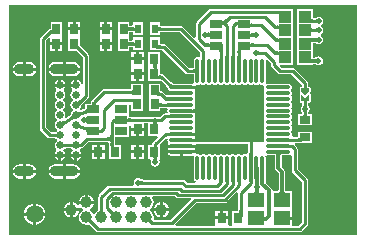
<source format=gtl>
G04*
G04 #@! TF.GenerationSoftware,Altium Limited,Altium Designer,19.1.8 (144)*
G04*
G04 Layer_Physical_Order=1*
G04 Layer_Color=255*
%FSLAX25Y25*%
%MOIN*%
G70*
G01*
G75*
%ADD17C,0.01000*%
%ADD23C,0.00500*%
%ADD37R,0.04331X0.03937*%
%ADD38C,0.03937*%
%ADD39R,0.02756X0.03543*%
%ADD40R,0.03543X0.02756*%
%ADD41R,0.03150X0.03543*%
%ADD42R,0.02362X0.03150*%
%ADD43R,0.04331X0.02559*%
%ADD44O,0.08268X0.01181*%
%ADD45O,0.01181X0.08268*%
%ADD46R,0.05512X0.04724*%
%ADD47C,0.01181*%
%ADD48O,0.02559X0.02441*%
%ADD49O,0.09449X0.03543*%
%ADD50O,0.06693X0.03543*%
%ADD51C,0.05906*%
%ADD52C,0.01968*%
G36*
X107248Y-38350D02*
X-8823D01*
Y38350D01*
X107248D01*
Y-38350D01*
D02*
G37*
%LPC*%
G36*
X25525Y32872D02*
X24047D01*
Y31000D01*
X25525D01*
Y32872D01*
D02*
G37*
G36*
X14931D02*
X13453D01*
Y31000D01*
X14931D01*
Y32872D01*
D02*
G37*
G36*
X23047D02*
X21569D01*
Y31000D01*
X23047D01*
Y32872D01*
D02*
G37*
G36*
X12453D02*
X10975D01*
Y31000D01*
X12453D01*
Y32872D01*
D02*
G37*
G36*
X31331Y32772D02*
X27575D01*
Y28272D01*
X27575Y28228D01*
Y27772D01*
X27575Y27728D01*
Y23228D01*
X31331D01*
Y24395D01*
X31332Y24398D01*
X31352Y24406D01*
X31424Y24426D01*
X31527Y24443D01*
X31660Y24454D01*
X31833Y24459D01*
X31881Y24480D01*
X31914D01*
X31962Y24459D01*
X32138Y24454D01*
X32273Y24443D01*
X32379Y24425D01*
X32453Y24406D01*
X32465Y24401D01*
Y23425D01*
X35827D01*
Y27575D01*
X32465D01*
Y26599D01*
X32453Y26594D01*
X32379Y26575D01*
X32273Y26557D01*
X32138Y26546D01*
X31962Y26541D01*
X31914Y26520D01*
X31881D01*
X31833Y26541D01*
X31660Y26546D01*
X31527Y26557D01*
X31424Y26575D01*
X31352Y26594D01*
X31332Y26602D01*
X31331Y26605D01*
Y27728D01*
X31331Y27772D01*
Y28228D01*
X31331Y28272D01*
Y29395D01*
X31332Y29398D01*
X31352Y29406D01*
X31424Y29425D01*
X31527Y29443D01*
X31660Y29454D01*
X31833Y29459D01*
X31881Y29480D01*
X31914D01*
X31962Y29459D01*
X32138Y29454D01*
X32273Y29443D01*
X32379Y29425D01*
X32453Y29406D01*
X32465Y29401D01*
Y28425D01*
X35827D01*
Y32575D01*
X32465D01*
Y31599D01*
X32453Y31594D01*
X32379Y31575D01*
X32273Y31557D01*
X32138Y31546D01*
X31962Y31541D01*
X31914Y31520D01*
X31881D01*
X31833Y31541D01*
X31660Y31546D01*
X31527Y31557D01*
X31424Y31574D01*
X31352Y31594D01*
X31332Y31602D01*
X31331Y31605D01*
Y32772D01*
D02*
G37*
G36*
X80000Y37023D02*
X79948Y37002D01*
X58482D01*
X58092Y36924D01*
X57761Y36703D01*
X53795Y32737D01*
X53574Y32406D01*
X53496Y32016D01*
Y27653D01*
X52996Y27446D01*
X49221Y31221D01*
X48890Y31442D01*
X48500Y31520D01*
X42086D01*
X42037Y31541D01*
X41862Y31546D01*
X41727Y31557D01*
X41621Y31575D01*
X41547Y31594D01*
X41535Y31599D01*
Y32575D01*
X38173D01*
Y28425D01*
X41535D01*
Y29401D01*
X41547Y29406D01*
X41621Y29425D01*
X41727Y29443D01*
X41862Y29454D01*
X42037Y29459D01*
X42086Y29480D01*
X48078D01*
X54980Y22578D01*
Y21242D01*
X54918Y21180D01*
X54732Y21066D01*
X54532Y20977D01*
X54459Y20970D01*
X54073Y21047D01*
X53648Y20962D01*
X53287Y20721D01*
X53046Y20360D01*
X52961Y19935D01*
Y17504D01*
X52959Y17503D01*
X52886Y17483D01*
X52780Y17466D01*
X52645Y17454D01*
X52469Y17450D01*
X52421Y17428D01*
X51217D01*
X43499Y25146D01*
X43168Y25367D01*
X42778Y25445D01*
X42086D01*
X42038Y25466D01*
X41862Y25471D01*
X41728Y25482D01*
X41623Y25500D01*
X41550Y25519D01*
X41535Y25525D01*
Y27575D01*
X38173D01*
Y23425D01*
X40437D01*
X40535Y23406D01*
X40995D01*
X41017Y23396D01*
X42017Y23384D01*
X42020Y23385D01*
X42023Y23384D01*
X42076Y23406D01*
X42356D01*
X50073Y15688D01*
X50404Y15467D01*
X50795Y15389D01*
X52421D01*
X52469Y15368D01*
X52645Y15363D01*
X52780Y15351D01*
X52886Y15334D01*
X52959Y15314D01*
X52961Y15314D01*
Y12848D01*
X53008Y12613D01*
X52750Y12198D01*
X52647Y12120D01*
X52302Y12189D01*
X46042D01*
X46003Y12206D01*
X45901Y12264D01*
X45785Y12344D01*
X45479Y12600D01*
X45309Y12764D01*
X45259Y12783D01*
X42821Y15221D01*
X42490Y15442D01*
X42211Y15497D01*
X42112Y15541D01*
X41959Y15545D01*
X41842Y15553D01*
X41751Y15567D01*
X41731Y15571D01*
Y17772D01*
X41731D01*
Y18228D01*
X41731D01*
Y22772D01*
X37581D01*
Y18228D01*
X37581D01*
Y17772D01*
X37581D01*
Y13228D01*
X41091D01*
X41124Y13208D01*
X41173Y13218D01*
X41219Y13199D01*
X41239Y13208D01*
X41731Y13228D01*
X42146Y13012D01*
X43541Y11617D01*
X43561Y11566D01*
X43675Y11449D01*
X43768Y11347D01*
X43933Y11142D01*
X43992Y11058D01*
X44041Y10978D01*
X44080Y10905D01*
X44109Y10842D01*
X44128Y10789D01*
X44145Y10719D01*
X44179Y10673D01*
X44182Y10617D01*
X44253Y10553D01*
X44429Y10290D01*
X44328Y10016D01*
X44377Y9965D01*
X44264Y9845D01*
X44251Y9808D01*
X44151Y9659D01*
X44989Y9653D01*
Y9608D01*
X48758D01*
Y8608D01*
X44989D01*
Y8563D01*
X44953Y8582D01*
X44902Y8598D01*
X44857Y8608D01*
X44011D01*
X43630Y8412D01*
X42602Y9440D01*
X42271Y9661D01*
X41988Y9717D01*
X41888Y9760D01*
X41776Y9762D01*
X41731Y9764D01*
Y12172D01*
X37975D01*
Y7628D01*
Y3228D01*
X41731D01*
Y4083D01*
X41732Y4086D01*
X41752Y4094D01*
X41824Y4114D01*
X41927Y4131D01*
X42060Y4143D01*
X42233Y4147D01*
X42281Y4169D01*
X43825D01*
X43869Y4148D01*
X44165Y3785D01*
X44198Y3643D01*
X44188Y3628D01*
X44103Y3203D01*
X44183Y2799D01*
X44185Y2773D01*
X43934Y2295D01*
X43916Y2285D01*
X43885Y2271D01*
X43251D01*
X42861Y2193D01*
X42530Y1972D01*
X41678Y1120D01*
X40204D01*
X40187Y1131D01*
X40131Y1120D01*
X40031D01*
X39975Y1131D01*
X39958Y1120D01*
X31940D01*
X31892Y1141D01*
X31719Y1146D01*
X31586Y1157D01*
X31483Y1175D01*
X31411Y1194D01*
X31391Y1202D01*
X31390Y1205D01*
Y1780D01*
X31390D01*
Y1961D01*
X31390D01*
Y4913D01*
X31823Y5216D01*
X31874Y5224D01*
X32069Y5122D01*
Y3228D01*
X35825D01*
Y7628D01*
Y12172D01*
X32069D01*
Y10399D01*
X32057Y10394D01*
X31984Y10375D01*
X31878Y10357D01*
X31743Y10346D01*
X31567Y10341D01*
X31519Y10320D01*
X22836D01*
X22446Y10242D01*
X22115Y10021D01*
X18798Y6704D01*
X18577Y6373D01*
X18522Y6095D01*
X18478Y5996D01*
X18474Y5825D01*
X18462Y5693D01*
X18446Y5590D01*
X18428Y5520D01*
X16610D01*
Y4110D01*
X16596Y4083D01*
X16590Y4028D01*
X16589Y4023D01*
X16582Y4009D01*
X16563Y3983D01*
X16526Y3944D01*
X16468Y3896D01*
X16386Y3842D01*
X16280Y3783D01*
X16150Y3723D01*
X15984Y3658D01*
X15946Y3621D01*
X15318Y3392D01*
X15266Y3396D01*
X14907Y3775D01*
X14899Y3805D01*
X15262Y4349D01*
X15297Y4526D01*
X15352Y4612D01*
X15371Y4722D01*
X15394Y4811D01*
X15425Y4902D01*
X15465Y4995D01*
X15514Y5091D01*
X15573Y5190D01*
X15638Y5284D01*
X15819Y5504D01*
X15924Y5615D01*
X15944Y5665D01*
X17721Y7442D01*
X17942Y7773D01*
X18020Y8163D01*
Y21453D01*
X17942Y21843D01*
X17721Y22174D01*
X15499Y24396D01*
X15499Y24397D01*
X15492Y24402D01*
X15435Y24459D01*
X15416Y24509D01*
X15244Y24688D01*
X15106Y24845D01*
X14994Y24986D01*
X14911Y25109D01*
X14853Y25210D01*
X14831Y25263D01*
Y25616D01*
X14840Y25693D01*
X14831Y25705D01*
Y27670D01*
X14931Y28128D01*
X14931Y28230D01*
Y30000D01*
X12953D01*
X10975D01*
Y28230D01*
X10975Y28128D01*
X11075Y27670D01*
Y27628D01*
Y23228D01*
X13266D01*
X13355Y23202D01*
X13397Y23225D01*
X13443Y23219D01*
X13455Y23228D01*
X13663D01*
X13766Y23156D01*
X14125Y22849D01*
X14336Y22644D01*
X14386Y22625D01*
X15980Y21030D01*
Y12079D01*
X15943Y12037D01*
X15405Y12180D01*
X15356Y12423D01*
X14954Y13025D01*
X14352Y13428D01*
X14083Y13481D01*
Y11713D01*
X13582D01*
Y11213D01*
X11767D01*
X11809Y11003D01*
X12211Y10401D01*
X12391Y10280D01*
Y9679D01*
X12283Y9606D01*
X11903Y9037D01*
X11769Y8366D01*
X11903Y7695D01*
X12283Y7126D01*
X12481Y6994D01*
Y6392D01*
X12283Y6260D01*
X11903Y5691D01*
X11769Y5020D01*
X11903Y4349D01*
X12283Y3780D01*
X12481Y3647D01*
Y3046D01*
X12283Y2913D01*
X11903Y2344D01*
X11875Y2205D01*
X11875Y2205D01*
X11875Y2204D01*
X11806Y1857D01*
X11722Y1779D01*
X11397Y1532D01*
X11188Y1395D01*
X11187Y1394D01*
X11186Y1394D01*
X11156Y1350D01*
X10432Y894D01*
X9989Y1206D01*
X10082Y1673D01*
X9948Y2344D01*
X9568Y2913D01*
X9370Y3046D01*
Y3647D01*
X9568Y3780D01*
X9948Y4349D01*
X10082Y5020D01*
X9948Y5691D01*
X9568Y6260D01*
X9370Y6392D01*
Y6994D01*
X9568Y7126D01*
X9948Y7695D01*
X10082Y8366D01*
X9948Y9037D01*
X9568Y9606D01*
X9460Y9679D01*
Y10280D01*
X9640Y10401D01*
X10042Y11003D01*
X10084Y11213D01*
X8269D01*
X6453D01*
X6495Y11003D01*
X6897Y10401D01*
X7077Y10280D01*
Y9679D01*
X6969Y9606D01*
X6589Y9037D01*
X6455Y8366D01*
X6589Y7695D01*
X6969Y7126D01*
X7166Y6994D01*
Y6392D01*
X6969Y6260D01*
X6589Y5691D01*
X6455Y5020D01*
X6589Y4349D01*
X6969Y3780D01*
X7167Y3647D01*
Y3046D01*
X6969Y2913D01*
X6589Y2344D01*
X6455Y1673D01*
X6589Y1002D01*
X6969Y433D01*
X7166Y301D01*
Y-301D01*
X6969Y-433D01*
X6589Y-1002D01*
X6455Y-1673D01*
X6589Y-2344D01*
X6969Y-2913D01*
X7167Y-3046D01*
X7235Y-3409D01*
X7227Y-3477D01*
X7161Y-3643D01*
X7152Y-3647D01*
X7146Y-3661D01*
X6969Y-3780D01*
X6877Y-3918D01*
X6763Y-3939D01*
X6351Y-3974D01*
X6099Y-3979D01*
X6049Y-4000D01*
X5221D01*
X3520Y-2299D01*
Y26578D01*
X4569Y27627D01*
X5069Y27420D01*
Y26000D01*
X7047D01*
X9025D01*
Y27770D01*
X9025Y27872D01*
X8925Y28330D01*
Y28372D01*
Y32772D01*
X5169D01*
Y30548D01*
X5105Y30543D01*
X4993Y30541D01*
X4893Y30498D01*
X4610Y30442D01*
X4279Y30221D01*
X1779Y27721D01*
X1558Y27390D01*
X1480Y27000D01*
Y-2721D01*
X1558Y-3111D01*
X1779Y-3442D01*
X4078Y-5741D01*
X4409Y-5962D01*
X4799Y-6040D01*
X6049D01*
X6099Y-6061D01*
X6358Y-6066D01*
X6575Y-6079D01*
X6756Y-6100D01*
X6877Y-6122D01*
X6969Y-6260D01*
X7146Y-6379D01*
X7152Y-6393D01*
X7160Y-6397D01*
X7227Y-6565D01*
X7235Y-6633D01*
X7166Y-6994D01*
X6969Y-7126D01*
X6589Y-7695D01*
X6455Y-8366D01*
X6589Y-9037D01*
X6969Y-9606D01*
X7077Y-9679D01*
Y-10280D01*
X6897Y-10401D01*
X6495Y-11003D01*
X6453Y-11213D01*
X8269D01*
X10084D01*
X10042Y-11003D01*
X9640Y-10401D01*
X9460Y-10280D01*
X9434Y-10216D01*
X9385Y-10028D01*
X9460Y-9679D01*
X9568Y-9606D01*
X9660Y-9468D01*
X9774Y-9447D01*
X10186Y-9412D01*
X10438Y-9407D01*
X10488Y-9386D01*
X11363D01*
X11413Y-9407D01*
X11672Y-9412D01*
X11889Y-9425D01*
X12070Y-9446D01*
X12191Y-9468D01*
X12283Y-9606D01*
X12391Y-9679D01*
X12466Y-10028D01*
X12417Y-10216D01*
X12391Y-10280D01*
X12211Y-10401D01*
X11809Y-11003D01*
X11767Y-11213D01*
X13582D01*
X15398D01*
X15356Y-11003D01*
X14954Y-10401D01*
X14774Y-10280D01*
Y-9780D01*
X15130Y-9394D01*
X15140Y-9386D01*
X15335Y-9346D01*
X15528Y-9308D01*
X15529Y-9307D01*
X15530Y-9307D01*
X15695Y-9196D01*
X15859Y-9087D01*
X15859Y-9086D01*
X15860Y-9085D01*
X17718Y-7220D01*
X23971D01*
X24015Y-7240D01*
X24172Y-7249D01*
X24270Y-7266D01*
X24306Y-7278D01*
X24502Y-7737D01*
X24500Y-8090D01*
X24496Y-8228D01*
X24481Y-8228D01*
X24476Y-8620D01*
X24481Y-8640D01*
X24481Y-8667D01*
X24452Y-8736D01*
X24455Y-8745D01*
X24452Y-8753D01*
X24481Y-8819D01*
Y-12772D01*
X28631D01*
Y-8228D01*
X26643D01*
X26638Y-8214D01*
X26618Y-8141D01*
X26601Y-8036D01*
X26589Y-7901D01*
X26584Y-7726D01*
X26563Y-7678D01*
Y-6323D01*
X26574Y-6306D01*
X26563Y-6250D01*
Y-6150D01*
X26574Y-6094D01*
X26563Y-6077D01*
Y-5520D01*
X31390D01*
Y-1961D01*
X31390D01*
Y-1780D01*
X31525Y-1450D01*
X31540Y-1449D01*
X31701Y-1491D01*
X31969Y-1747D01*
Y-2500D01*
X34144D01*
X36319D01*
Y-920D01*
X37581D01*
Y-5272D01*
X40733D01*
X40925Y-5734D01*
X39279Y-7379D01*
X39058Y-7710D01*
X39002Y-7994D01*
X38959Y-8094D01*
X38958Y-8206D01*
X38956Y-8228D01*
X37581D01*
Y-12772D01*
X38434D01*
X38702Y-13272D01*
X38602Y-13421D01*
X38487Y-14000D01*
X38602Y-14579D01*
X38930Y-15070D01*
X39421Y-15398D01*
X40000Y-15513D01*
X40579Y-15398D01*
X41070Y-15070D01*
X41398Y-14579D01*
X41513Y-14000D01*
X41398Y-13421D01*
X41298Y-13272D01*
X41566Y-12772D01*
X41731D01*
Y-8228D01*
X41731D01*
X41609Y-7933D01*
X43538Y-6004D01*
X43759Y-6001D01*
X43786Y-6014D01*
X44142Y-6446D01*
X44103Y-6640D01*
X44188Y-7065D01*
X44429Y-7426D01*
X44251Y-7908D01*
X44117Y-8108D01*
X48758D01*
X53444D01*
X53768Y-7760D01*
X53814Y-7786D01*
X53849Y-7777D01*
X53882Y-7791D01*
X70778D01*
Y-10983D01*
X70756Y-11032D01*
X70757Y-11033D01*
X70756Y-11035D01*
X70756Y-11060D01*
X70251Y-11324D01*
X70247Y-11321D01*
X69821Y-11236D01*
X69396Y-11321D01*
X69035Y-11562D01*
X68639D01*
X68278Y-11321D01*
X67853Y-11236D01*
X67427Y-11321D01*
X67067Y-11562D01*
X66671D01*
X66310Y-11321D01*
X65884Y-11236D01*
X65459Y-11321D01*
X65098Y-11562D01*
X64702D01*
X64341Y-11321D01*
X63916Y-11236D01*
X63490Y-11321D01*
X63130Y-11562D01*
X62734D01*
X62373Y-11321D01*
X61947Y-11236D01*
X61522Y-11321D01*
X61161Y-11562D01*
X60623Y-11467D01*
X60404Y-11321D01*
X59979Y-11236D01*
X59553Y-11321D01*
X59193Y-11562D01*
X58797D01*
X58436Y-11321D01*
X58010Y-11236D01*
X57585Y-11321D01*
X57366Y-11467D01*
X56828Y-11562D01*
X56467Y-11321D01*
X56042Y-11236D01*
X55616Y-11321D01*
X55256Y-11562D01*
X54860D01*
X54499Y-11321D01*
X54073Y-11236D01*
X53846Y-11282D01*
X53765Y-11236D01*
X53619Y-11077D01*
X49258D01*
Y-11791D01*
X52302D01*
X52614Y-11729D01*
X52632Y-11737D01*
X52960Y-12040D01*
X53007Y-12121D01*
X52961Y-12348D01*
Y-19435D01*
X53046Y-19861D01*
X53287Y-20221D01*
X53525Y-20380D01*
X53382Y-20880D01*
X50622D01*
X49821Y-20079D01*
X49490Y-19858D01*
X49100Y-19780D01*
X35905D01*
X35858Y-19759D01*
X35671Y-19752D01*
X35611Y-19746D01*
X35557Y-19738D01*
X35515Y-19728D01*
X35486Y-19720D01*
X35471Y-19714D01*
X35461Y-19705D01*
X35452Y-19702D01*
X35445Y-19697D01*
X35428Y-19694D01*
X35404Y-19686D01*
X34979Y-19402D01*
X34400Y-19287D01*
X33821Y-19402D01*
X33330Y-19730D01*
X33002Y-20221D01*
X32887Y-20800D01*
X32985Y-21296D01*
X32731Y-21796D01*
X24785D01*
X24395Y-21874D01*
X24064Y-22095D01*
X21355Y-24804D01*
X21134Y-25135D01*
X21056Y-25525D01*
Y-29433D01*
X21035Y-29481D01*
X21030Y-29640D01*
X21018Y-29768D01*
X21000Y-29878D01*
X20977Y-29971D01*
X20950Y-30047D01*
X20922Y-30106D01*
X20893Y-30152D01*
X20864Y-30187D01*
X20834Y-30214D01*
X20770Y-30258D01*
X20741Y-30302D01*
X20693Y-30322D01*
X20674Y-30368D01*
X20296Y-30620D01*
X19853Y-31283D01*
X19812Y-31297D01*
X19339D01*
X19298Y-31283D01*
X18855Y-30620D01*
X18268Y-30228D01*
X18323Y-29663D01*
X18371Y-29644D01*
X18907Y-29232D01*
X19319Y-28695D01*
X19578Y-28071D01*
X19600Y-27900D01*
X17076D01*
X14551D01*
X14573Y-28071D01*
X14613Y-28166D01*
X14176Y-28418D01*
X13907Y-28068D01*
X13371Y-27656D01*
X12746Y-27398D01*
X12576Y-27375D01*
Y-29400D01*
X14600D01*
X14578Y-29230D01*
X14538Y-29134D01*
X14975Y-28882D01*
X15244Y-29232D01*
X15780Y-29644D01*
X15828Y-29663D01*
X15884Y-30228D01*
X15296Y-30620D01*
X14750Y-31437D01*
X14559Y-32400D01*
X14750Y-33363D01*
X15296Y-34180D01*
X16112Y-34725D01*
X17076Y-34917D01*
X17521Y-34828D01*
X17567Y-34847D01*
X17616Y-34827D01*
X17667Y-34838D01*
X17743Y-34824D01*
X17784Y-34822D01*
X17829Y-34826D01*
X17881Y-34838D01*
X17944Y-34860D01*
X18016Y-34894D01*
X18098Y-34944D01*
X18189Y-35009D01*
X18288Y-35091D01*
X18404Y-35200D01*
X18453Y-35219D01*
X20136Y-36902D01*
X20467Y-37123D01*
X20857Y-37201D01*
X88228D01*
X88618Y-37123D01*
X88949Y-36902D01*
X90721Y-35130D01*
X90942Y-34800D01*
X91020Y-34409D01*
Y-20100D01*
X90942Y-19710D01*
X90721Y-19379D01*
X87508Y-16166D01*
Y-9588D01*
X87430Y-9198D01*
X87209Y-8867D01*
X86484Y-8142D01*
X86691Y-7642D01*
X87188D01*
X87240Y-7664D01*
X87241Y-7664D01*
X87242Y-7664D01*
X88202Y-7661D01*
X88207Y-7659D01*
X88213Y-7661D01*
X88243Y-7660D01*
X88258Y-7654D01*
X88273Y-7659D01*
X88283Y-7658D01*
X88314Y-7642D01*
X88624D01*
X88683Y-7631D01*
X92272D01*
Y-3875D01*
X87728D01*
Y-5523D01*
X87714Y-5528D01*
X87641Y-5548D01*
X87536Y-5565D01*
X87401Y-5577D01*
X87226Y-5582D01*
X87178Y-5603D01*
X85906D01*
X85882Y-5593D01*
X85849Y-5572D01*
X85613Y-5098D01*
X85615Y-5081D01*
X85697Y-4671D01*
X85612Y-4246D01*
X85371Y-3885D01*
Y-3489D01*
X85612Y-3128D01*
X85697Y-2703D01*
X85612Y-2277D01*
X85466Y-2059D01*
X85406Y-1719D01*
X85466Y-1379D01*
X85612Y-1160D01*
X85697Y-734D01*
X85612Y-309D01*
X85371Y52D01*
Y448D01*
X85612Y809D01*
X85697Y1234D01*
X85612Y1660D01*
X85371Y2021D01*
Y2417D01*
X85612Y2777D01*
X85697Y3203D01*
X85612Y3628D01*
X85371Y3989D01*
X85466Y4527D01*
X85612Y4746D01*
X85697Y5171D01*
X85612Y5597D01*
X85371Y5957D01*
Y6353D01*
X85612Y6714D01*
X85697Y7140D01*
X85612Y7565D01*
X85466Y7784D01*
X85371Y8322D01*
X85612Y8683D01*
X85697Y9108D01*
X85612Y9534D01*
X85371Y9894D01*
Y10290D01*
X85612Y10651D01*
X85697Y11077D01*
X85612Y11502D01*
X85371Y11863D01*
X85011Y12104D01*
X84585Y12189D01*
X77498D01*
X77153Y12120D01*
X76935Y12285D01*
X76770Y12503D01*
X76839Y12848D01*
Y19935D01*
X76819Y20031D01*
X77280Y20278D01*
X78680Y18878D01*
Y18500D01*
X78758Y18110D01*
X78979Y17779D01*
X80979Y15779D01*
X81310Y15558D01*
X81700Y15480D01*
X85378D01*
X88980Y11878D01*
Y11514D01*
X88700Y11141D01*
X88402Y11018D01*
X88317Y10983D01*
X88317Y10983D01*
X88317D01*
X88159Y10600D01*
X88159Y10600D01*
X88159Y9700D01*
X88159Y9700D01*
X88159Y9700D01*
X88191Y9622D01*
X88267Y9335D01*
X88317Y9133D01*
Y9133D01*
X88159Y8750D01*
X88159Y8750D01*
X88159Y6400D01*
X88317Y6017D01*
X88700Y5859D01*
X88980D01*
X88980Y5305D01*
X88959Y5258D01*
X88952Y5071D01*
X88946Y5011D01*
X88938Y4957D01*
X88928Y4915D01*
X88920Y4886D01*
X88914Y4871D01*
X88905Y4861D01*
X88902Y4852D01*
X88897Y4845D01*
X88894Y4828D01*
X88885Y4804D01*
X88602Y4379D01*
X88487Y3800D01*
X88602Y3221D01*
X88886Y2796D01*
X88894Y2772D01*
X88897Y2755D01*
X88902Y2748D01*
X88905Y2739D01*
X88914Y2729D01*
X88920Y2714D01*
X88928Y2685D01*
X88938Y2643D01*
X88945Y2596D01*
X88952Y2507D01*
X88748Y2031D01*
X87728D01*
Y-1725D01*
X92272D01*
Y2031D01*
X91311D01*
X91047Y2507D01*
X91048Y2529D01*
X91054Y2589D01*
X91062Y2643D01*
X91072Y2685D01*
X91080Y2714D01*
X91086Y2729D01*
X91095Y2739D01*
X91098Y2748D01*
X91103Y2755D01*
X91106Y2772D01*
X91114Y2796D01*
X91398Y3221D01*
X91513Y3800D01*
X91398Y4379D01*
X91114Y4804D01*
X91106Y4828D01*
X91103Y4845D01*
X91098Y4852D01*
X91095Y4861D01*
X91086Y4871D01*
X91080Y4886D01*
X91071Y4915D01*
X91062Y4957D01*
X91055Y5004D01*
X91043Y5158D01*
X91041Y5248D01*
X91020Y5297D01*
X91020Y5579D01*
X91300Y5859D01*
X91490Y5938D01*
X91682Y6017D01*
X91682Y6017D01*
X91683Y6017D01*
X91762Y6210D01*
X91841Y6400D01*
X91841Y8749D01*
X91841Y8749D01*
X91750Y8969D01*
X91683Y9132D01*
X91683Y9317D01*
X91841Y9700D01*
X91841Y9700D01*
Y10600D01*
X91683Y10983D01*
X91300Y11141D01*
X91020D01*
Y12300D01*
X90942Y12690D01*
X90721Y13021D01*
X86521Y17221D01*
X86190Y17442D01*
X85800Y17520D01*
X82122D01*
X81572Y18070D01*
X81764Y18531D01*
X85819D01*
Y23031D01*
Y27531D01*
Y32032D01*
Y36968D01*
X81839D01*
X81671Y37002D01*
X80845D01*
X80014Y37023D01*
X80007Y37021D01*
X80000Y37023D01*
D02*
G37*
G36*
X25525Y30000D02*
X23547D01*
X21569D01*
Y28372D01*
X21569Y28000D01*
X21569Y27628D01*
Y26000D01*
X23547D01*
X25525D01*
Y27628D01*
X25525Y28000D01*
X25525Y28372D01*
Y30000D01*
D02*
G37*
G36*
X92512Y36968D02*
X87181D01*
Y32032D01*
Y27531D01*
Y23031D01*
Y18531D01*
X91864D01*
X91891Y18513D01*
X91949Y18525D01*
X92004Y18502D01*
X92073Y18531D01*
X92512D01*
Y18654D01*
X93000Y18757D01*
X93129Y18752D01*
X93189Y18746D01*
X93243Y18738D01*
X93285Y18728D01*
X93314Y18720D01*
X93329Y18714D01*
X93339Y18705D01*
X93348Y18702D01*
X93355Y18697D01*
X93372Y18694D01*
X93396Y18686D01*
X93821Y18402D01*
X94400Y18287D01*
X94979Y18402D01*
X95470Y18730D01*
X95798Y19221D01*
X95913Y19800D01*
X95798Y20379D01*
X95470Y20870D01*
X94979Y21198D01*
X94400Y21313D01*
X93821Y21198D01*
X93396Y20914D01*
X93372Y20906D01*
X93355Y20903D01*
X93348Y20898D01*
X93339Y20895D01*
X93329Y20886D01*
X93314Y20880D01*
X93285Y20872D01*
X93243Y20862D01*
X93196Y20855D01*
X93042Y20843D01*
X92987Y20842D01*
X92839Y20846D01*
X92704Y20857D01*
X92599Y20875D01*
X92526Y20894D01*
X92512Y20900D01*
Y25725D01*
X92526Y25731D01*
X92599Y25750D01*
X92704Y25768D01*
X92839Y25780D01*
X93014Y25784D01*
X93028Y25791D01*
X93042Y25784D01*
X93229Y25777D01*
X93289Y25771D01*
X93343Y25763D01*
X93385Y25754D01*
X93414Y25745D01*
X93429Y25739D01*
X93439Y25730D01*
X93448Y25727D01*
X93455Y25722D01*
X93472Y25719D01*
X93496Y25711D01*
X93921Y25427D01*
X94500Y25312D01*
X95079Y25427D01*
X95570Y25755D01*
X95898Y26246D01*
X96013Y26825D01*
X95898Y27404D01*
X95570Y27895D01*
X95212Y28135D01*
X95186Y28226D01*
Y28599D01*
X95212Y28690D01*
X95570Y28930D01*
X95898Y29421D01*
X96013Y30000D01*
X95898Y30579D01*
X95570Y31070D01*
X95377Y31199D01*
Y31801D01*
X95570Y31930D01*
X95898Y32421D01*
X96013Y33000D01*
X95898Y33579D01*
X95570Y34070D01*
X95079Y34398D01*
X94500Y34513D01*
X93921Y34398D01*
X93552Y34152D01*
X93506Y34138D01*
X93490Y34135D01*
X93483Y34130D01*
X93474Y34128D01*
X93463Y34119D01*
X93462Y34118D01*
X93444Y34111D01*
X93412Y34102D01*
X93368Y34093D01*
X93319Y34086D01*
X93163Y34074D01*
X93072Y34073D01*
X93042Y34060D01*
X93014Y34073D01*
X92839Y34077D01*
X92705Y34089D01*
X92599Y34106D01*
X92526Y34126D01*
X92512Y34132D01*
Y36968D01*
D02*
G37*
G36*
X25525Y25000D02*
X24047D01*
Y23128D01*
X25525D01*
Y25000D01*
D02*
G37*
G36*
X23047D02*
X21569D01*
Y23128D01*
X23047D01*
Y25000D01*
D02*
G37*
G36*
X9025D02*
X7547D01*
Y23128D01*
X9025D01*
Y25000D01*
D02*
G37*
G36*
X6547D02*
X5069D01*
Y23128D01*
X6547D01*
Y25000D01*
D02*
G37*
G36*
X36319Y22872D02*
X34644D01*
Y21000D01*
X36319D01*
Y22872D01*
D02*
G37*
G36*
X33644D02*
X31969D01*
Y21000D01*
X33644D01*
Y22872D01*
D02*
G37*
G36*
X12678Y19446D02*
X10225D01*
Y17528D01*
X14996D01*
X14911Y17953D01*
X14387Y18738D01*
X13603Y19262D01*
X12678Y19446D01*
D02*
G37*
G36*
X9225D02*
X6772D01*
X5847Y19262D01*
X5062Y18738D01*
X4538Y17953D01*
X4453Y17528D01*
X9225D01*
Y19446D01*
D02*
G37*
G36*
X-2008D02*
X-3083D01*
Y17528D01*
X311D01*
X226Y17953D01*
X-298Y18738D01*
X-1082Y19262D01*
X-2008Y19446D01*
D02*
G37*
G36*
X-4082D02*
X-5158D01*
X-6083Y19262D01*
X-6867Y18738D01*
X-7391Y17953D01*
X-7476Y17528D01*
X-4082D01*
Y19446D01*
D02*
G37*
G36*
X36319Y20000D02*
X34144D01*
X31969D01*
Y18372D01*
X31969Y18000D01*
X31969Y17628D01*
Y16000D01*
X34144D01*
X36319D01*
Y17628D01*
X36319Y18000D01*
X36319Y18372D01*
Y20000D01*
D02*
G37*
G36*
X14996Y16528D02*
X10225D01*
Y14610D01*
X12678D01*
X13603Y14794D01*
X14387Y15318D01*
X14911Y16103D01*
X14996Y16528D01*
D02*
G37*
G36*
X9225D02*
X4453D01*
X4538Y16103D01*
X5062Y15318D01*
X5847Y14794D01*
X6772Y14610D01*
X9225D01*
Y16528D01*
D02*
G37*
G36*
X311D02*
X-3083D01*
Y14610D01*
X-2008D01*
X-1082Y14794D01*
X-298Y15318D01*
X226Y16103D01*
X311Y16528D01*
D02*
G37*
G36*
X-4082D02*
X-7476D01*
X-7391Y16103D01*
X-6867Y15318D01*
X-6083Y14794D01*
X-5158Y14610D01*
X-4082D01*
Y16528D01*
D02*
G37*
G36*
X36319Y15000D02*
X34644D01*
Y13128D01*
X36319D01*
Y15000D01*
D02*
G37*
G36*
X33644D02*
X31969D01*
Y13128D01*
X33644D01*
Y15000D01*
D02*
G37*
G36*
X8768Y13481D02*
Y12213D01*
X10084D01*
X10042Y12423D01*
X9640Y13025D01*
X9038Y13428D01*
X8768Y13481D01*
D02*
G37*
G36*
X13082D02*
X12813Y13428D01*
X12211Y13025D01*
X11809Y12423D01*
X11767Y12213D01*
X13082D01*
Y13481D01*
D02*
G37*
G36*
X7768D02*
X7499Y13428D01*
X6897Y13025D01*
X6495Y12423D01*
X6453Y12213D01*
X7768D01*
Y13481D01*
D02*
G37*
G36*
X36319Y-3500D02*
X34644D01*
Y-5372D01*
X36319D01*
Y-3500D01*
D02*
G37*
G36*
X33644D02*
X31969D01*
Y-5372D01*
X33644D01*
Y-3500D01*
D02*
G37*
G36*
X36319Y-8128D02*
X34644D01*
Y-10000D01*
X36319D01*
Y-8128D01*
D02*
G37*
G36*
X33644D02*
X31969D01*
Y-10000D01*
X33644D01*
Y-8128D01*
D02*
G37*
G36*
X23219Y-8128D02*
X21544D01*
Y-10000D01*
X23219D01*
Y-8128D01*
D02*
G37*
G36*
X20544D02*
X18869D01*
Y-10000D01*
X20544D01*
Y-8128D01*
D02*
G37*
G36*
X53399Y-9108D02*
X48758D01*
X44117D01*
X44357Y-9467D01*
Y-9718D01*
X44117Y-10077D01*
X48758D01*
X53399D01*
X53160Y-9718D01*
Y-9467D01*
X53399Y-9108D01*
D02*
G37*
G36*
X48258Y-11077D02*
X44117D01*
X44357Y-11435D01*
X44750Y-11698D01*
X45215Y-11791D01*
X48258D01*
Y-11077D01*
D02*
G37*
G36*
X36319Y-11000D02*
X34644D01*
Y-12872D01*
X36319D01*
Y-11000D01*
D02*
G37*
G36*
X33644D02*
X31969D01*
Y-12872D01*
X33644D01*
Y-11000D01*
D02*
G37*
G36*
X23219Y-11000D02*
X21544D01*
Y-12872D01*
X23219D01*
Y-11000D01*
D02*
G37*
G36*
X20544D02*
X18869D01*
Y-12872D01*
X20544D01*
Y-11000D01*
D02*
G37*
G36*
X10084Y-12213D02*
X8768D01*
Y-13481D01*
X9038Y-13428D01*
X9640Y-13025D01*
X10042Y-12423D01*
X10084Y-12213D01*
D02*
G37*
G36*
X15398D02*
X14083D01*
Y-13481D01*
X14352Y-13428D01*
X14954Y-13025D01*
X15356Y-12423D01*
X15398Y-12213D01*
D02*
G37*
G36*
X13082D02*
X11767D01*
X11809Y-12423D01*
X12211Y-13025D01*
X12813Y-13428D01*
X13082Y-13481D01*
Y-12213D01*
D02*
G37*
G36*
X7768D02*
X6453D01*
X6495Y-12423D01*
X6897Y-13025D01*
X7499Y-13428D01*
X7768Y-13481D01*
Y-12213D01*
D02*
G37*
G36*
X12678Y-14610D02*
X10225D01*
Y-16528D01*
X14996D01*
X14911Y-16103D01*
X14387Y-15318D01*
X13603Y-14794D01*
X12678Y-14610D01*
D02*
G37*
G36*
X9225D02*
X6772D01*
X5847Y-14794D01*
X5062Y-15318D01*
X4538Y-16103D01*
X4453Y-16528D01*
X9225D01*
Y-14610D01*
D02*
G37*
G36*
X-2008D02*
X-3083D01*
Y-16528D01*
X311D01*
X226Y-16103D01*
X-298Y-15318D01*
X-1082Y-14794D01*
X-2008Y-14610D01*
D02*
G37*
G36*
X-4082D02*
X-5158D01*
X-6083Y-14794D01*
X-6867Y-15318D01*
X-7391Y-16103D01*
X-7476Y-16528D01*
X-4082D01*
Y-14610D01*
D02*
G37*
G36*
X14996Y-17528D02*
X10225D01*
Y-19446D01*
X12678D01*
X13603Y-19262D01*
X14387Y-18738D01*
X14911Y-17953D01*
X14996Y-17528D01*
D02*
G37*
G36*
X9225D02*
X4453D01*
X4538Y-17953D01*
X5062Y-18738D01*
X5847Y-19262D01*
X6772Y-19446D01*
X9225D01*
Y-17528D01*
D02*
G37*
G36*
X311D02*
X-3083D01*
Y-19446D01*
X-2008D01*
X-1082Y-19262D01*
X-298Y-18738D01*
X226Y-17953D01*
X311Y-17528D01*
D02*
G37*
G36*
X-4082D02*
X-7476D01*
X-7391Y-17953D01*
X-6867Y-18738D01*
X-6083Y-19262D01*
X-5158Y-19446D01*
X-4082D01*
Y-17528D01*
D02*
G37*
G36*
X17576Y-24875D02*
Y-26900D01*
X19600D01*
X19578Y-26730D01*
X19319Y-26105D01*
X18907Y-25568D01*
X18371Y-25156D01*
X17746Y-24898D01*
X17576Y-24875D01*
D02*
G37*
G36*
X16576D02*
X16405Y-24898D01*
X15780Y-25156D01*
X15244Y-25568D01*
X14832Y-26105D01*
X14573Y-26730D01*
X14551Y-26900D01*
X16576D01*
Y-24875D01*
D02*
G37*
G36*
X11576Y-27375D02*
X11405Y-27398D01*
X10780Y-27656D01*
X10244Y-28068D01*
X9832Y-28605D01*
X9573Y-29230D01*
X9551Y-29400D01*
X11576D01*
Y-27375D01*
D02*
G37*
G36*
X300Y-27782D02*
Y-30800D01*
X3318D01*
X3261Y-30373D01*
X2903Y-29508D01*
X2334Y-28766D01*
X1592Y-28197D01*
X727Y-27839D01*
X300Y-27782D01*
D02*
G37*
G36*
X-700D02*
X-1127Y-27839D01*
X-1992Y-28197D01*
X-2734Y-28766D01*
X-3303Y-29508D01*
X-3661Y-30373D01*
X-3718Y-30800D01*
X-700D01*
Y-27782D01*
D02*
G37*
G36*
X14600Y-30400D02*
X12576D01*
Y-32425D01*
X12746Y-32402D01*
X13371Y-32144D01*
X13907Y-31732D01*
X14319Y-31195D01*
X14578Y-30571D01*
X14600Y-30400D01*
D02*
G37*
G36*
X11576D02*
X9551D01*
X9573Y-30571D01*
X9832Y-31195D01*
X10244Y-31732D01*
X10780Y-32144D01*
X11405Y-32402D01*
X11576Y-32425D01*
Y-30400D01*
D02*
G37*
G36*
X3318Y-31800D02*
X300D01*
Y-34818D01*
X727Y-34761D01*
X1592Y-34403D01*
X2334Y-33834D01*
X2903Y-33092D01*
X3261Y-32227D01*
X3318Y-31800D01*
D02*
G37*
G36*
X-700D02*
X-3718D01*
X-3661Y-32227D01*
X-3303Y-33092D01*
X-2734Y-33834D01*
X-1992Y-34403D01*
X-1127Y-34761D01*
X-700Y-34818D01*
Y-31800D01*
D02*
G37*
%LPD*%
G36*
X32989Y29500D02*
X32978Y29595D01*
X32948Y29680D01*
X32897Y29755D01*
X32827Y29820D01*
X32736Y29875D01*
X32624Y29920D01*
X32493Y29955D01*
X32341Y29980D01*
X32169Y29995D01*
X31977Y30000D01*
Y31000D01*
X32169Y31005D01*
X32341Y31020D01*
X32493Y31045D01*
X32624Y31080D01*
X32736Y31125D01*
X32827Y31180D01*
X32897Y31245D01*
X32948Y31320D01*
X32978Y31405D01*
X32989Y31500D01*
Y29500D01*
D02*
G37*
G36*
X30829Y31405D02*
X30859Y31320D01*
X30909Y31245D01*
X30979Y31180D01*
X31069Y31125D01*
X31179Y31080D01*
X31309Y31045D01*
X31459Y31020D01*
X31629Y31005D01*
X31819Y31000D01*
Y30000D01*
X31629Y29995D01*
X31459Y29980D01*
X31309Y29955D01*
X31179Y29920D01*
X31069Y29875D01*
X30979Y29820D01*
X30909Y29755D01*
X30859Y29680D01*
X30829Y29595D01*
X30819Y29500D01*
Y31500D01*
X30829Y31405D01*
D02*
G37*
G36*
X32989Y24500D02*
X32978Y24595D01*
X32948Y24680D01*
X32897Y24755D01*
X32827Y24820D01*
X32736Y24875D01*
X32624Y24920D01*
X32493Y24955D01*
X32341Y24980D01*
X32169Y24995D01*
X31977Y25000D01*
Y26000D01*
X32169Y26005D01*
X32341Y26020D01*
X32493Y26045D01*
X32624Y26080D01*
X32736Y26125D01*
X32827Y26180D01*
X32897Y26245D01*
X32948Y26320D01*
X32978Y26405D01*
X32989Y26500D01*
Y24500D01*
D02*
G37*
G36*
X30829Y26405D02*
X30859Y26320D01*
X30909Y26245D01*
X30979Y26180D01*
X31069Y26125D01*
X31179Y26080D01*
X31309Y26045D01*
X31459Y26020D01*
X31629Y26005D01*
X31819Y26000D01*
Y25000D01*
X31629Y24995D01*
X31459Y24980D01*
X31309Y24955D01*
X31179Y24920D01*
X31069Y24875D01*
X30979Y24820D01*
X30909Y24755D01*
X30859Y24680D01*
X30829Y24595D01*
X30819Y24500D01*
Y26500D01*
X30829Y26405D01*
D02*
G37*
G36*
X81000Y36457D02*
X81012Y34982D01*
X81001Y35077D01*
X80970Y35162D01*
X80919Y35237D01*
X80848Y35302D01*
X80757Y35357D01*
X80646Y35402D01*
X80515Y35437D01*
X80363Y35462D01*
X80192Y35477D01*
X80000Y35482D01*
Y36482D01*
X81000Y36457D01*
D02*
G37*
G36*
X64277Y33168D02*
X64150Y33026D01*
X64051Y32885D01*
X63980Y32743D01*
X63937Y32602D01*
X63923Y32461D01*
X63937Y32319D01*
X63980Y32178D01*
X64051Y32036D01*
X64150Y31895D01*
X64277Y31754D01*
X63363Y31253D01*
X63218Y31388D01*
X63068Y31508D01*
X62912Y31614D01*
X62750Y31706D01*
X62582Y31784D01*
X62409Y31848D01*
X62229Y31897D01*
X62044Y31932D01*
X61853Y31954D01*
X61656Y31961D01*
Y32961D01*
X61853Y32968D01*
X62044Y32989D01*
X62229Y33024D01*
X62409Y33074D01*
X62582Y33137D01*
X62750Y33215D01*
X62912Y33307D01*
X63068Y33413D01*
X63218Y33533D01*
X63363Y33668D01*
X64277Y33168D01*
D02*
G37*
G36*
X71788Y32625D02*
X71818Y32541D01*
X71868Y32465D01*
X71938Y32401D01*
X72028Y32346D01*
X72138Y32300D01*
X72268Y32265D01*
X72418Y32241D01*
X72588Y32225D01*
X72778Y32221D01*
Y31220D01*
X72588Y31217D01*
X72268Y31189D01*
X72138Y31165D01*
X72028Y31133D01*
X71938Y31095D01*
X71868Y31050D01*
X71818Y30998D01*
X71788Y30939D01*
X71778Y30873D01*
Y32721D01*
X71788Y32625D01*
D02*
G37*
G36*
X81012Y30000D02*
X81002Y30095D01*
X80971Y30180D01*
X80920Y30255D01*
X80849Y30320D01*
X80758Y30375D01*
X80646Y30420D01*
X80515Y30455D01*
X80364Y30480D01*
X80192Y30495D01*
X80000Y30500D01*
Y31500D01*
X80190Y31505D01*
X80360Y31518D01*
X80510Y31541D01*
X80640Y31573D01*
X80750Y31614D01*
X80840Y31664D01*
X80910Y31724D01*
X80960Y31792D01*
X80990Y31870D01*
X81000Y31956D01*
X81012Y30000D01*
D02*
G37*
G36*
X41022Y31405D02*
X41052Y31320D01*
X41102Y31245D01*
X41173Y31180D01*
X41264Y31125D01*
X41376Y31080D01*
X41507Y31045D01*
X41659Y31020D01*
X41831Y31005D01*
X42023Y31000D01*
Y30000D01*
X41831Y29995D01*
X41659Y29980D01*
X41507Y29955D01*
X41376Y29920D01*
X41264Y29875D01*
X41173Y29820D01*
X41102Y29755D01*
X41052Y29680D01*
X41022Y29595D01*
X41011Y29500D01*
Y31500D01*
X41022Y31405D01*
D02*
G37*
G36*
X58034Y27319D02*
X58022Y27431D01*
X57986Y27531D01*
X57926Y27620D01*
X57842Y27697D01*
X57735Y27762D01*
X57603Y27815D01*
X57448Y27856D01*
X57351Y27872D01*
X57304Y27861D01*
X57261Y27847D01*
X57227Y27830D01*
X57203Y27811D01*
Y27892D01*
X57067Y27904D01*
X56841Y27909D01*
Y29091D01*
X57065Y29096D01*
X57203Y29108D01*
Y29189D01*
X57227Y29170D01*
X57261Y29153D01*
X57304Y29139D01*
X57351Y29127D01*
X57443Y29142D01*
X57597Y29183D01*
X57727Y29235D01*
X57833Y29298D01*
X57916Y29373D01*
X57975Y29460D01*
X58010Y29558D01*
X58022Y29667D01*
X58034Y27319D01*
D02*
G37*
G36*
X5693Y28819D02*
X5686Y28853D01*
X5666Y28884D01*
X5631Y28911D01*
X5582Y28935D01*
X5520Y28955D01*
X5444Y28971D01*
X5354Y28984D01*
X5250Y28993D01*
X5000Y29000D01*
Y30000D01*
X5132Y30002D01*
X5444Y30029D01*
X5520Y30045D01*
X5582Y30065D01*
X5631Y30089D01*
X5666Y30116D01*
X5686Y30147D01*
X5693Y30181D01*
Y28819D01*
D02*
G37*
G36*
X71788Y29405D02*
X71818Y29320D01*
X71868Y29245D01*
X71938Y29180D01*
X72028Y29125D01*
X72138Y29080D01*
X72268Y29045D01*
X72399Y29023D01*
X72443Y29030D01*
X72521Y29047D01*
X72591Y29068D01*
X72653Y29093D01*
X72708Y29121D01*
X72756Y29153D01*
X72797Y29189D01*
Y27811D01*
X72756Y27847D01*
X72708Y27879D01*
X72653Y27907D01*
X72591Y27932D01*
X72521Y27953D01*
X72443Y27970D01*
X72399Y27977D01*
X72268Y27955D01*
X72138Y27920D01*
X72028Y27875D01*
X71938Y27820D01*
X71868Y27755D01*
X71818Y27680D01*
X71788Y27595D01*
X71778Y27500D01*
Y29500D01*
X71788Y29405D01*
D02*
G37*
G36*
X81012Y26100D02*
X81005Y26143D01*
X80982Y26181D01*
X80945Y26215D01*
X80893Y26244D01*
X80827Y26269D01*
X80746Y26289D01*
X80650Y26305D01*
X80540Y26316D01*
X80275Y26325D01*
Y27325D01*
X80413Y27327D01*
X80819Y27358D01*
X80884Y27373D01*
X80935Y27389D01*
X80971Y27409D01*
X80993Y27431D01*
X81000Y27457D01*
X81012Y26100D01*
D02*
G37*
G36*
X71788Y25869D02*
X71818Y25817D01*
X71868Y25771D01*
X71938Y25730D01*
X72028Y25697D01*
X72138Y25669D01*
X72268Y25647D01*
X72418Y25632D01*
X72778Y25620D01*
Y24620D01*
X72588Y24615D01*
X72418Y24600D01*
X72268Y24575D01*
X72138Y24540D01*
X72028Y24495D01*
X71938Y24440D01*
X71868Y24375D01*
X71818Y24300D01*
X71788Y24215D01*
X71778Y24120D01*
Y25927D01*
X71788Y25869D01*
D02*
G37*
G36*
X58034Y24120D02*
X58024Y24215D01*
X57993Y24300D01*
X57942Y24375D01*
X57871Y24440D01*
X57780Y24495D01*
X57668Y24540D01*
X57537Y24575D01*
X57385Y24600D01*
X57214Y24615D01*
X57022Y24620D01*
Y25620D01*
X57212Y25623D01*
X57532Y25647D01*
X57662Y25669D01*
X57772Y25697D01*
X57862Y25730D01*
X57932Y25771D01*
X57982Y25817D01*
X58012Y25869D01*
X58022Y25927D01*
X58034Y24120D01*
D02*
G37*
G36*
X41022Y25330D02*
X41053Y25245D01*
X41104Y25170D01*
X41175Y25105D01*
X41267Y25050D01*
X41378Y25005D01*
X41509Y24970D01*
X41660Y24945D01*
X41832Y24930D01*
X42023Y24925D01*
Y23925D01*
X41023Y23937D01*
X41011Y25425D01*
X41022Y25330D01*
D02*
G37*
G36*
X14280Y25453D02*
X14265Y25347D01*
X14275Y25231D01*
X14309Y25105D01*
X14368Y24969D01*
X14451Y24822D01*
X14558Y24666D01*
X14690Y24498D01*
X14845Y24321D01*
X15026Y24134D01*
X14712Y23033D01*
X14490Y23249D01*
X14098Y23584D01*
X13930Y23703D01*
X13779Y23790D01*
X13647Y23844D01*
X13533Y23867D01*
X13436Y23857D01*
X13358Y23815D01*
X13298Y23740D01*
X14319Y25548D01*
X14280Y25453D01*
D02*
G37*
G36*
X68765Y23393D02*
X68680Y23362D01*
X68605Y23311D01*
X68540Y23240D01*
X68485Y23149D01*
X68440Y23038D01*
X68405Y22907D01*
X68380Y22755D01*
X68365Y22584D01*
X68360Y22392D01*
X67360D01*
X67471Y23392D01*
X68860Y23404D01*
X68765Y23393D01*
D02*
G37*
G36*
X62329Y23392D02*
X62455Y22392D01*
X61455D01*
X61450Y22584D01*
X61435Y22755D01*
X61410Y22907D01*
X61375Y23038D01*
X61330Y23149D01*
X61275Y23240D01*
X61210Y23311D01*
X61135Y23362D01*
X61050Y23393D01*
X60955Y23404D01*
X62329Y23392D01*
D02*
G37*
G36*
X74354Y23001D02*
X74397Y22962D01*
X74447Y22927D01*
X74506Y22897D01*
X74572Y22872D01*
X74646Y22851D01*
X74729Y22835D01*
X74819Y22824D01*
X74917Y22817D01*
X75023Y22815D01*
X74797Y21815D01*
X74689Y21813D01*
X74411Y21795D01*
X74334Y21784D01*
X74202Y21754D01*
X74147Y21735D01*
X74100Y21714D01*
X74061Y21691D01*
X74320Y23044D01*
X74354Y23001D01*
D02*
G37*
G36*
X81000Y22956D02*
X81012Y21500D01*
X81002Y21589D01*
X80972Y21668D01*
X80922Y21739D01*
X80853Y21800D01*
X80765Y21851D01*
X80657Y21893D01*
X80530Y21926D01*
X80383Y21950D01*
X80217Y21964D01*
X80032Y21969D01*
Y22968D01*
X81000Y22956D01*
D02*
G37*
G36*
X68360Y21217D02*
X68398Y20161D01*
X67308D01*
X67318Y20186D01*
X67327Y20229D01*
X67335Y20291D01*
X67347Y20470D01*
X67360Y21239D01*
X68360Y21217D01*
D02*
G37*
G36*
X66392D02*
X66429Y20161D01*
X65339D01*
X65349Y20186D01*
X65358Y20229D01*
X65366Y20291D01*
X65379Y20470D01*
X65392Y21239D01*
X66392Y21217D01*
D02*
G37*
G36*
X64423D02*
X64461Y20161D01*
X63371D01*
X63381Y20186D01*
X63390Y20229D01*
X63398Y20291D01*
X63410Y20470D01*
X63423Y21239D01*
X64423Y21217D01*
D02*
G37*
G36*
X62455D02*
X62492Y20161D01*
X61402D01*
X61412Y20186D01*
X61421Y20229D01*
X61429Y20291D01*
X61442Y20470D01*
X61455Y21239D01*
X62455Y21217D01*
D02*
G37*
G36*
X56501Y21099D02*
X56555Y20247D01*
X56570Y20195D01*
X56587Y20161D01*
X55497D01*
X55497Y20172D01*
X55500Y20805D01*
X55500Y21166D01*
X56500Y21291D01*
X56501Y21099D01*
D02*
G37*
G36*
X40796Y18742D02*
X40711Y18712D01*
X40636Y18661D01*
X40571Y18590D01*
X40516Y18499D01*
X40471Y18388D01*
X40436Y18257D01*
X40411Y18105D01*
X40401Y18000D01*
X40411Y17895D01*
X40436Y17743D01*
X40471Y17612D01*
X40516Y17501D01*
X40571Y17410D01*
X40636Y17339D01*
X40711Y17288D01*
X40796Y17258D01*
X40891Y17248D01*
X38891D01*
X38986Y17258D01*
X39071Y17288D01*
X39146Y17339D01*
X39211Y17410D01*
X39266Y17501D01*
X39311Y17612D01*
X39346Y17743D01*
X39371Y17895D01*
X39380Y18000D01*
X39371Y18105D01*
X39346Y18257D01*
X39311Y18388D01*
X39266Y18499D01*
X39211Y18590D01*
X39146Y18661D01*
X39071Y18712D01*
X38986Y18742D01*
X38891Y18752D01*
X40891D01*
X40796Y18742D01*
D02*
G37*
G36*
X53495Y15409D02*
X53485Y15504D01*
X53455Y15589D01*
X53404Y15664D01*
X53333Y15729D01*
X53242Y15784D01*
X53131Y15829D01*
X53000Y15864D01*
X52848Y15889D01*
X52676Y15904D01*
X52483Y15909D01*
Y16909D01*
X52676Y16914D01*
X52848Y16929D01*
X53000Y16954D01*
X53131Y16989D01*
X53242Y17034D01*
X53333Y17089D01*
X53404Y17154D01*
X53455Y17229D01*
X53485Y17314D01*
X53495Y17409D01*
Y15409D01*
D02*
G37*
G36*
X41227Y15309D02*
X41254Y15244D01*
X41298Y15187D01*
X41360Y15137D01*
X41439Y15095D01*
X41536Y15061D01*
X41651Y15034D01*
X41783Y15015D01*
X41932Y15004D01*
X42100Y15000D01*
Y14000D01*
X41932Y13997D01*
X41651Y13977D01*
X41536Y13959D01*
X41439Y13935D01*
X41360Y13906D01*
X41298Y13873D01*
X41254Y13834D01*
X41227Y13790D01*
X41219Y13740D01*
Y15381D01*
X41227Y15309D01*
D02*
G37*
G36*
X75301Y11821D02*
X75727Y11737D01*
X75908Y11772D01*
X76408Y11436D01*
Y11183D01*
X76386Y11077D01*
X76408Y10971D01*
Y9214D01*
X76386Y9108D01*
X76408Y9002D01*
Y7246D01*
X76386Y7140D01*
X76408Y7034D01*
Y5277D01*
X76386Y5171D01*
X76408Y5065D01*
X76408Y3309D01*
X76386Y3203D01*
X76408Y3097D01*
Y1340D01*
X76386Y1234D01*
X76408Y1128D01*
Y-628D01*
X76386Y-734D01*
X76408Y-840D01*
Y-2597D01*
X76386Y-2703D01*
X76408Y-2809D01*
Y-4565D01*
X76386Y-4671D01*
X76408Y-4777D01*
Y-6534D01*
X76386Y-6640D01*
X76408Y-6746D01*
Y-7249D01*
X53882D01*
X53609Y-6898D01*
X53620Y-7123D01*
X53429Y-7124D01*
X52555Y-7173D01*
X52527Y-7185D01*
Y-6095D01*
X52545Y-6100D01*
X52582Y-6105D01*
X52639Y-6109D01*
X53208Y-6122D01*
X53388Y-6122D01*
X53302Y-5995D01*
X53160Y-5530D01*
X53409Y-5156D01*
X52555Y-5204D01*
X52527Y-5216D01*
Y-4126D01*
X52545Y-4132D01*
X52582Y-4136D01*
X52639Y-4141D01*
X53208Y-4153D01*
X53388Y-4154D01*
X53160Y-3813D01*
X53112Y-3781D01*
Y-3452D01*
X53329Y-3128D01*
X53413Y-2703D01*
X53329Y-2277D01*
X53112Y-1953D01*
Y-1484D01*
X53329Y-1160D01*
X53413Y-734D01*
X53329Y-309D01*
X53112Y15D01*
Y485D01*
X53329Y809D01*
X53413Y1234D01*
X53329Y1660D01*
X53112Y1984D01*
Y2313D01*
X53160Y2344D01*
X53409Y2718D01*
X52555Y2670D01*
X52527Y2658D01*
Y3748D01*
X52545Y3742D01*
X52582Y3738D01*
X52639Y3733D01*
X53208Y3721D01*
X53388Y3720D01*
X53160Y4061D01*
X53112Y4093D01*
Y4422D01*
X53329Y4746D01*
X53413Y5171D01*
X53329Y5597D01*
X53112Y5921D01*
Y6390D01*
X53329Y6714D01*
X53413Y7140D01*
X53329Y7565D01*
X53112Y7889D01*
Y8359D01*
X53329Y8683D01*
X53413Y9108D01*
X53329Y9534D01*
X53112Y9858D01*
Y10187D01*
X53160Y10218D01*
X53423Y10612D01*
X53515Y11077D01*
X53453Y11389D01*
X53461Y11407D01*
X53765Y11736D01*
X53846Y11782D01*
X54073Y11737D01*
X54499Y11821D01*
X54860Y12062D01*
X55256D01*
X55616Y11821D01*
X56042Y11737D01*
X56467Y11821D01*
X56686Y11967D01*
X57026Y12027D01*
X57366Y11967D01*
X57585Y11821D01*
X58010Y11737D01*
X58436Y11821D01*
X58797Y12062D01*
X59193D01*
X59553Y11821D01*
X59979Y11737D01*
X60404Y11821D01*
X60623Y11967D01*
X60963Y12027D01*
X61303Y11967D01*
X61522Y11821D01*
X61947Y11737D01*
X62373Y11821D01*
X62734Y12062D01*
X63130D01*
X63490Y11821D01*
X63916Y11737D01*
X64341Y11821D01*
X64702Y12062D01*
X65098D01*
X65459Y11821D01*
X65884Y11737D01*
X66310Y11821D01*
X66671Y12062D01*
X67067D01*
X67427Y11821D01*
X67853Y11737D01*
X68278Y11821D01*
X68497Y11967D01*
X68837Y12027D01*
X69177Y11967D01*
X69396Y11821D01*
X69821Y11737D01*
X70247Y11821D01*
X70466Y11967D01*
X70806Y12027D01*
X71145Y11967D01*
X71364Y11821D01*
X71790Y11737D01*
X72215Y11821D01*
X72576Y12062D01*
X72972D01*
X73333Y11821D01*
X73758Y11737D01*
X74184Y11821D01*
X74545Y12062D01*
X74941D01*
X75301Y11821D01*
D02*
G37*
G36*
X45118Y12197D02*
X45457Y11913D01*
X45613Y11806D01*
X45759Y11722D01*
X45896Y11662D01*
X46023Y11625D01*
X46141Y11611D01*
X46249Y11621D01*
X46348Y11655D01*
X44670Y10851D01*
X44646Y10945D01*
X44612Y11043D01*
X44566Y11144D01*
X44510Y11249D01*
X44444Y11356D01*
X44366Y11467D01*
X44179Y11699D01*
X44070Y11819D01*
X43950Y11943D01*
X44933Y12374D01*
X45118Y12197D01*
D02*
G37*
G36*
X91300Y9700D02*
X90000Y8400D01*
X88700Y9700D01*
X88700Y10600D01*
X91300D01*
Y9700D01*
D02*
G37*
G36*
X32593Y8300D02*
X32583Y8395D01*
X32553Y8480D01*
X32502Y8555D01*
X32431Y8620D01*
X32340Y8675D01*
X32229Y8720D01*
X32097Y8755D01*
X31946Y8780D01*
X31774Y8795D01*
X31581Y8800D01*
Y9800D01*
X31774Y9805D01*
X31946Y9820D01*
X32097Y9845D01*
X32229Y9880D01*
X32340Y9925D01*
X32431Y9980D01*
X32502Y10045D01*
X32553Y10120D01*
X32583Y10205D01*
X32593Y10300D01*
Y8300D01*
D02*
G37*
G36*
X41225Y9350D02*
X41245Y9323D01*
X41278Y9298D01*
X41325Y9277D01*
X41384Y9260D01*
X41457Y9245D01*
X41543Y9234D01*
X41755Y9221D01*
X41881Y9219D01*
Y8219D01*
X41755Y8218D01*
X41325Y8191D01*
X41278Y8180D01*
X41245Y8169D01*
X41225Y8155D01*
X41219Y8140D01*
Y9381D01*
X41225Y9350D01*
D02*
G37*
G36*
X44989Y6595D02*
X44962Y6606D01*
X44916Y6617D01*
X44852Y6626D01*
X44670Y6641D01*
X44087Y6656D01*
X43897Y6657D01*
X43947Y7657D01*
X44989Y7685D01*
Y6595D01*
D02*
G37*
G36*
X90000Y7450D02*
X91300Y8750D01*
X91300Y6400D01*
X88700Y6400D01*
X88700Y8750D01*
X90000Y7450D01*
D02*
G37*
G36*
X15533Y5989D02*
X15413Y5863D01*
X15205Y5610D01*
X15118Y5482D01*
X15041Y5354D01*
X14975Y5225D01*
X14920Y5096D01*
X14875Y4966D01*
X14842Y4836D01*
X14819Y4704D01*
X13658Y6225D01*
X13725Y6159D01*
X13805Y6121D01*
X13899Y6110D01*
X14006Y6126D01*
X14126Y6170D01*
X14259Y6241D01*
X14406Y6339D01*
X14566Y6464D01*
X14739Y6616D01*
X14926Y6796D01*
X15533Y5989D01*
D02*
G37*
G36*
X32593Y5643D02*
X32583Y5737D01*
X32552Y5822D01*
X32501Y5897D01*
X32430Y5962D01*
X32338Y6018D01*
X32227Y6063D01*
X32096Y6098D01*
X31944Y6123D01*
X31773Y6137D01*
X31581Y6143D01*
Y7142D01*
X31771Y7144D01*
X32421Y7185D01*
X32491Y7200D01*
X32541Y7218D01*
X32571Y7237D01*
X32581Y7260D01*
X32593Y5643D01*
D02*
G37*
G36*
X20024Y5795D02*
X20038Y5627D01*
X20062Y5479D01*
X20095Y5351D01*
X20138Y5242D01*
X20190Y5154D01*
X20252Y5085D01*
X20323Y5035D01*
X20404Y5006D01*
X20494Y4996D01*
X18544D01*
X18634Y5006D01*
X18715Y5035D01*
X18786Y5085D01*
X18848Y5154D01*
X18900Y5242D01*
X18943Y5351D01*
X18976Y5479D01*
X19000Y5627D01*
X19014Y5795D01*
X19019Y5983D01*
X20019D01*
X20024Y5795D01*
D02*
G37*
G36*
X44989Y4626D02*
X44962Y4638D01*
X44916Y4649D01*
X44852Y4658D01*
X44670Y4673D01*
X44087Y4688D01*
X43897Y4688D01*
X43947Y5688D01*
X44989Y5716D01*
Y4626D01*
D02*
G37*
G36*
X90502Y5132D02*
X90517Y4941D01*
X90530Y4857D01*
X90547Y4779D01*
X90568Y4710D01*
X90593Y4647D01*
X90621Y4592D01*
X90653Y4544D01*
X90689Y4503D01*
X89311Y4503D01*
X89347Y4544D01*
X89379Y4592D01*
X89407Y4647D01*
X89432Y4710D01*
X89453Y4779D01*
X89470Y4857D01*
X89483Y4941D01*
X89492Y5033D01*
X89500Y5238D01*
X90500Y5238D01*
X90502Y5132D01*
D02*
G37*
G36*
X41229Y6093D02*
X41259Y6008D01*
X41309Y5933D01*
X41379Y5868D01*
X41469Y5813D01*
X41579Y5768D01*
X41709Y5733D01*
X41859Y5708D01*
X42029Y5693D01*
X42219Y5688D01*
Y4688D01*
X42029Y4683D01*
X41859Y4668D01*
X41709Y4643D01*
X41579Y4608D01*
X41469Y4563D01*
X41379Y4508D01*
X41309Y4443D01*
X41259Y4368D01*
X41229Y4283D01*
X41219Y4188D01*
Y6188D01*
X41229Y6093D01*
D02*
G37*
G36*
X15791Y1947D02*
X15626Y1882D01*
X15473Y1811D01*
X15332Y1736D01*
X15204Y1655D01*
X15089Y1570D01*
X14986Y1479D01*
X14895Y1383D01*
X14817Y1281D01*
X14751Y1175D01*
X14697Y1064D01*
X13957Y2850D01*
X14089Y2802D01*
X14225Y2765D01*
X14364Y2740D01*
X14507Y2726D01*
X14653Y2723D01*
X14803Y2732D01*
X14956Y2753D01*
X15113Y2784D01*
X15273Y2828D01*
X15437Y2882D01*
X15791Y1947D01*
D02*
G37*
G36*
X17122Y2473D02*
X17114Y2462D01*
X17089Y2446D01*
X17048Y2425D01*
X16915Y2367D01*
X16292Y2130D01*
X16183Y3155D01*
X16363Y3226D01*
X16524Y3300D01*
X16666Y3379D01*
X16790Y3461D01*
X16894Y3546D01*
X16980Y3636D01*
X17047Y3729D01*
X17095Y3825D01*
X17124Y3926D01*
X17134Y4030D01*
X17122Y2473D01*
D02*
G37*
G36*
X90653Y3056D02*
X90621Y3008D01*
X90593Y2953D01*
X90568Y2891D01*
X90547Y2821D01*
X90530Y2743D01*
X90517Y2659D01*
X90508Y2567D01*
X90502Y2427D01*
X90505Y2329D01*
X90520Y2159D01*
X90545Y2009D01*
X90580Y1879D01*
X90625Y1769D01*
X90680Y1679D01*
X90745Y1609D01*
X90820Y1559D01*
X90905Y1529D01*
X91000Y1519D01*
X89000D01*
X89095Y1529D01*
X89180Y1559D01*
X89255Y1609D01*
X89320Y1679D01*
X89375Y1769D01*
X89420Y1879D01*
X89455Y2009D01*
X89480Y2159D01*
X89495Y2329D01*
X89498Y2455D01*
X89498Y2468D01*
X89483Y2659D01*
X89470Y2743D01*
X89453Y2821D01*
X89432Y2891D01*
X89407Y2953D01*
X89379Y3008D01*
X89347Y3056D01*
X89311Y3097D01*
X90689D01*
X90653Y3056D01*
D02*
G37*
G36*
X17134Y645D02*
X17200Y630D01*
X17284Y617D01*
X17376Y608D01*
X17582Y600D01*
Y-400D01*
X17475Y-402D01*
X17284Y-417D01*
X17200Y-430D01*
X17134Y-445D01*
Y-879D01*
X17124Y-788D01*
X17095Y-707D01*
X17045Y-635D01*
X16976Y-572D01*
X16913Y-536D01*
X16887Y-553D01*
X16846Y-589D01*
Y-504D01*
X16778Y-477D01*
X16649Y-443D01*
X16500Y-419D01*
X16332Y-405D01*
X16143Y-400D01*
Y600D01*
X16332Y605D01*
X16500Y619D01*
X16649Y643D01*
X16778Y677D01*
X16846Y704D01*
Y789D01*
X16887Y753D01*
X16913Y735D01*
X16976Y772D01*
X17045Y835D01*
X17095Y907D01*
X17124Y988D01*
X17134Y1079D01*
Y645D01*
D02*
G37*
G36*
X44989Y689D02*
X44962Y701D01*
X44916Y711D01*
X44852Y721D01*
X44670Y736D01*
X44087Y751D01*
X43897Y751D01*
X43947Y1751D01*
X44989Y1779D01*
Y689D01*
D02*
G37*
G36*
X13523Y454D02*
X13369Y469D01*
X13216Y473D01*
X13064Y466D01*
X12913Y448D01*
X12764Y419D01*
X12616Y379D01*
X12469Y328D01*
X12323Y266D01*
X12179Y193D01*
X12036Y109D01*
X11484Y943D01*
X11709Y1090D01*
X12070Y1364D01*
X12207Y1490D01*
X12313Y1610D01*
X12391Y1722D01*
X12439Y1828D01*
X12457Y1926D01*
X12447Y2018D01*
X12406Y2103D01*
X13523Y454D01*
D02*
G37*
G36*
X10367Y-943D02*
X10142Y-1090D01*
X9781Y-1364D01*
X9645Y-1490D01*
X9538Y-1610D01*
X9460Y-1722D01*
X9412Y-1828D01*
X9393Y-1926D01*
X9404Y-2018D01*
X9445Y-2103D01*
X8328Y-454D01*
X8482Y-469D01*
X8635Y-473D01*
X8787Y-466D01*
X8938Y-448D01*
X9087Y-419D01*
X9235Y-379D01*
X9382Y-328D01*
X9528Y-266D01*
X9672Y-193D01*
X9815Y-109D01*
X10367Y-943D01*
D02*
G37*
G36*
X30888Y1005D02*
X30918Y920D01*
X30968Y845D01*
X31038Y780D01*
X31128Y725D01*
X31238Y680D01*
X31368Y645D01*
X31518Y620D01*
X31688Y605D01*
X31878Y600D01*
Y-400D01*
X31688Y-405D01*
X31518Y-420D01*
X31368Y-445D01*
X31238Y-480D01*
X31128Y-525D01*
X31038Y-580D01*
X30968Y-645D01*
X30918Y-720D01*
X30888Y-805D01*
X30878Y-900D01*
Y1100D01*
X30888Y1005D01*
D02*
G37*
G36*
X41581Y-400D02*
X41391Y-410D01*
X41221Y-440D01*
X41071Y-490D01*
X40941Y-560D01*
X40831Y-650D01*
X40741Y-760D01*
X40671Y-890D01*
X40667Y-903D01*
X40706Y-999D01*
X40761Y-1090D01*
X40826Y-1161D01*
X40901Y-1212D01*
X40986Y-1242D01*
X41081Y-1252D01*
X40589D01*
X40581Y-1400D01*
X39581D01*
X39573Y-1252D01*
X39081D01*
X39176Y-1242D01*
X39261Y-1212D01*
X39336Y-1161D01*
X39401Y-1090D01*
X39456Y-999D01*
X39495Y-903D01*
X39491Y-890D01*
X39421Y-760D01*
X39331Y-650D01*
X39221Y-560D01*
X39091Y-490D01*
X38941Y-440D01*
X38771Y-410D01*
X38581Y-400D01*
X40081Y600D01*
X41581Y-400D01*
D02*
G37*
G36*
X14594Y-1063D02*
X14607Y-1155D01*
X14650Y-1247D01*
X14723Y-1338D01*
X14827Y-1429D01*
X14960Y-1520D01*
X15124Y-1610D01*
X15317Y-1701D01*
X15541Y-1790D01*
X15796Y-1880D01*
X15471Y-2826D01*
X15311Y-2778D01*
X15152Y-2741D01*
X14996Y-2715D01*
X14841Y-2701D01*
X14689Y-2698D01*
X14538Y-2706D01*
X14390Y-2725D01*
X14244Y-2756D01*
X14099Y-2798D01*
X13957Y-2850D01*
X14611Y-971D01*
X14594Y-1063D01*
D02*
G37*
G36*
X16812Y-2218D02*
X17232Y-2394D01*
X17267Y-2422D01*
X17273Y-2444D01*
X17251Y-2460D01*
X17201Y-2469D01*
X17122Y-2473D01*
X17134Y-3899D01*
X17124Y-3797D01*
X17094Y-3698D01*
X17046Y-3604D01*
X16978Y-3513D01*
X16892Y-3427D01*
X16786Y-3345D01*
X16661Y-3267D01*
X16518Y-3193D01*
X16355Y-3124D01*
X16173Y-3058D01*
X16636Y-2158D01*
X16812Y-2218D01*
D02*
G37*
G36*
X44989Y-5216D02*
X44962Y-5204D01*
X44916Y-5194D01*
X44852Y-5185D01*
X44670Y-5170D01*
X44087Y-5155D01*
X43897Y-5154D01*
X43947Y-4154D01*
X44989Y-4126D01*
Y-5216D01*
D02*
G37*
G36*
X7535Y-6010D02*
X7521Y-5917D01*
X7478Y-5834D01*
X7406Y-5760D01*
X7307Y-5697D01*
X7178Y-5643D01*
X7021Y-5598D01*
X6836Y-5564D01*
X6622Y-5540D01*
X6380Y-5525D01*
X6109Y-5520D01*
Y-4520D01*
X6380Y-4515D01*
X6836Y-4476D01*
X7021Y-4442D01*
X7178Y-4397D01*
X7307Y-4343D01*
X7406Y-4280D01*
X7478Y-4206D01*
X7521Y-4123D01*
X7535Y-4030D01*
Y-6010D01*
D02*
G37*
G36*
X88240Y-7119D02*
X88230Y-7119D01*
X88200Y-7120D01*
X87240Y-7123D01*
Y-6123D01*
X87432Y-6118D01*
X87603Y-6103D01*
X87755Y-6078D01*
X87886Y-6043D01*
X87997Y-5998D01*
X88089Y-5943D01*
X88160Y-5878D01*
X88211Y-5803D01*
X88241Y-5718D01*
X88252Y-5623D01*
X88240Y-7119D01*
D02*
G37*
G36*
X84829Y-6100D02*
X84866Y-6105D01*
X84922Y-6109D01*
X85491Y-6122D01*
X85853Y-6123D01*
X85903Y-7123D01*
X85712Y-7124D01*
X84838Y-7173D01*
X84811Y-7185D01*
Y-6095D01*
X84829Y-6100D01*
D02*
G37*
G36*
X26043Y-6200D02*
X25043Y-7700D01*
X25033Y-7510D01*
X25003Y-7340D01*
X24953Y-7190D01*
X24883Y-7060D01*
X24793Y-6950D01*
X24683Y-6860D01*
X24553Y-6790D01*
X24403Y-6740D01*
X24233Y-6710D01*
X24043Y-6700D01*
Y-5700D01*
X24233Y-5690D01*
X24403Y-5660D01*
X24553Y-5610D01*
X24683Y-5540D01*
X24793Y-5450D01*
X24883Y-5340D01*
X24953Y-5210D01*
X25003Y-5060D01*
X25033Y-4890D01*
X25043Y-4700D01*
X26043Y-6200D01*
D02*
G37*
G36*
X40501Y-8224D02*
X40522Y-8518D01*
X40535Y-8589D01*
X40551Y-8648D01*
X40569Y-8694D01*
X40590Y-8726D01*
X40614Y-8746D01*
X40640Y-8752D01*
X39360D01*
X39386Y-8746D01*
X39410Y-8726D01*
X39431Y-8694D01*
X39450Y-8648D01*
X39465Y-8589D01*
X39478Y-8518D01*
X39487Y-8433D01*
X39499Y-8224D01*
X39500Y-8100D01*
X40500D01*
X40501Y-8224D01*
D02*
G37*
G36*
X26048Y-7932D02*
X26063Y-8103D01*
X26088Y-8255D01*
X26123Y-8386D01*
X26168Y-8497D01*
X26223Y-8589D01*
X26288Y-8660D01*
X26363Y-8711D01*
X26448Y-8742D01*
X26543Y-8752D01*
X24993Y-8740D01*
X25003Y-8730D01*
X25011Y-8700D01*
X25019Y-8650D01*
X25025Y-8580D01*
X25041Y-8100D01*
X25043Y-7740D01*
X26043D01*
X26048Y-7932D01*
D02*
G37*
G36*
X12849Y-9357D02*
X12835Y-9263D01*
X12792Y-9180D01*
X12720Y-9106D01*
X12621Y-9043D01*
X12492Y-8989D01*
X12335Y-8945D01*
X12150Y-8910D01*
X11936Y-8886D01*
X11693Y-8871D01*
X11423Y-8866D01*
Y-7866D01*
X11693Y-7861D01*
X12150Y-7822D01*
X12335Y-7788D01*
X12492Y-7743D01*
X12621Y-7689D01*
X12720Y-7626D01*
X12792Y-7552D01*
X12835Y-7469D01*
X12849Y-7376D01*
Y-9357D01*
D02*
G37*
G36*
X9016Y-7469D02*
X9059Y-7552D01*
X9131Y-7626D01*
X9230Y-7689D01*
X9359Y-7743D01*
X9516Y-7788D01*
X9701Y-7822D01*
X9915Y-7846D01*
X10158Y-7861D01*
X10429Y-7866D01*
Y-8866D01*
X10158Y-8871D01*
X9701Y-8910D01*
X9516Y-8945D01*
X9359Y-8989D01*
X9230Y-9043D01*
X9131Y-9106D01*
X9059Y-9180D01*
X9016Y-9263D01*
X9002Y-9357D01*
Y-7376D01*
X9016Y-7469D01*
D02*
G37*
G36*
X72297Y-11067D02*
X72335Y-12123D01*
X71245D01*
X71255Y-12098D01*
X71264Y-12054D01*
X71272Y-11993D01*
X71284Y-11814D01*
X71297Y-11044D01*
X72297Y-11067D01*
D02*
G37*
G36*
X82118Y-11167D02*
X82018Y-11202D01*
X81929Y-11262D01*
X81853Y-11346D01*
X81788Y-11453D01*
X81734Y-11584D01*
X81693Y-11739D01*
X81664Y-11918D01*
X81646Y-12121D01*
X81640Y-12348D01*
X80459D01*
X80453Y-12121D01*
X80435Y-11918D01*
X80406Y-11739D01*
X80364Y-11584D01*
X80311Y-11453D01*
X80246Y-11346D01*
X80169Y-11262D01*
X80081Y-11202D01*
X79980Y-11167D01*
X79868Y-11155D01*
X82230D01*
X82118Y-11167D01*
D02*
G37*
G36*
X40905Y-12258D02*
X40820Y-12288D01*
X40745Y-12339D01*
X40680Y-12410D01*
X40625Y-12501D01*
X40580Y-12612D01*
X40545Y-12743D01*
X40521Y-12887D01*
X40530Y-12943D01*
X40547Y-13021D01*
X40568Y-13091D01*
X40593Y-13153D01*
X40621Y-13208D01*
X40653Y-13256D01*
X40689Y-13297D01*
X39311D01*
X39347Y-13256D01*
X39379Y-13208D01*
X39407Y-13153D01*
X39432Y-13091D01*
X39453Y-13021D01*
X39470Y-12943D01*
X39479Y-12887D01*
X39455Y-12743D01*
X39420Y-12612D01*
X39375Y-12501D01*
X39320Y-12410D01*
X39255Y-12339D01*
X39180Y-12288D01*
X39095Y-12258D01*
X39000Y-12248D01*
X41000D01*
X40905Y-12258D01*
D02*
G37*
G36*
X62425Y-19739D02*
X62424Y-19747D01*
X62423Y-19771D01*
X62420Y-20535D01*
X61420D01*
X61415Y-19658D01*
X62425Y-19739D01*
D02*
G37*
G36*
X72328Y-19681D02*
X72321Y-19721D01*
X72316Y-19779D01*
X72303Y-20068D01*
X72297Y-20717D01*
X71297Y-20739D01*
X71245Y-19661D01*
X72335D01*
X72328Y-19681D01*
D02*
G37*
G36*
X68391Y-19681D02*
X68384Y-19721D01*
X68379Y-19779D01*
X68366Y-20068D01*
X68360Y-20717D01*
X67360Y-20740D01*
X67308Y-19661D01*
X68398D01*
X68391Y-19681D01*
D02*
G37*
G36*
X66422D02*
X66416Y-19721D01*
X66410Y-19779D01*
X66398Y-20068D01*
X66392Y-20717D01*
X65392Y-20740D01*
X65339Y-19661D01*
X66429D01*
X66422Y-19681D01*
D02*
G37*
G36*
X64454D02*
X64447Y-19721D01*
X64442Y-19779D01*
X64429Y-20068D01*
X64423Y-20717D01*
X63423Y-20740D01*
X63371Y-19661D01*
X64461D01*
X64454Y-19681D01*
D02*
G37*
G36*
X74303Y-19672D02*
X74300Y-20305D01*
X74300Y-20666D01*
X73300Y-20790D01*
X73299Y-20599D01*
X73245Y-19748D01*
X73230Y-19695D01*
X73213Y-19661D01*
X74303D01*
X74303Y-19672D01*
D02*
G37*
G36*
X35144Y-20147D02*
X35192Y-20179D01*
X35247Y-20207D01*
X35309Y-20232D01*
X35379Y-20253D01*
X35457Y-20270D01*
X35541Y-20283D01*
X35633Y-20292D01*
X35838Y-20300D01*
Y-21300D01*
X35732Y-21302D01*
X35541Y-21317D01*
X35457Y-21330D01*
X35379Y-21347D01*
X35309Y-21368D01*
X35247Y-21393D01*
X35192Y-21421D01*
X35144Y-21453D01*
X35103Y-21489D01*
Y-20111D01*
X35144Y-20147D01*
D02*
G37*
G36*
X74302Y-20968D02*
X74317Y-21159D01*
X74330Y-21243D01*
X74347Y-21321D01*
X74368Y-21391D01*
X74393Y-21453D01*
X74421Y-21508D01*
X74453Y-21556D01*
X74489Y-21597D01*
X73111D01*
X73147Y-21556D01*
X73179Y-21508D01*
X73207Y-21453D01*
X73232Y-21391D01*
X73253Y-21321D01*
X73270Y-21243D01*
X73283Y-21159D01*
X73292Y-21067D01*
X73300Y-20862D01*
X74300D01*
X74302Y-20968D01*
D02*
G37*
G36*
X77498Y-11689D02*
X79803D01*
X79811Y-11693D01*
X79825Y-11694D01*
X79826Y-11696D01*
X79850Y-11756D01*
X79876Y-11853D01*
X79898Y-11986D01*
X79912Y-12152D01*
X79918Y-12362D01*
X79937Y-12406D01*
Y-16007D01*
X79937Y-16008D01*
X80022Y-16433D01*
X80263Y-16794D01*
X81153Y-17683D01*
Y-22861D01*
X81133Y-22905D01*
X81128Y-23115D01*
X81113Y-23281D01*
X81091Y-23414D01*
X81065Y-23511D01*
X81041Y-23571D01*
X81040Y-23573D01*
X81026Y-23574D01*
X81000Y-23588D01*
X79498D01*
X79046Y-23434D01*
X78961Y-23008D01*
X78720Y-22648D01*
X76846Y-20774D01*
Y-15875D01*
X76839Y-15837D01*
Y-12348D01*
X76770Y-12003D01*
X76935Y-11785D01*
X77153Y-11620D01*
X77498Y-11689D01*
D02*
G37*
G36*
X82861Y-23146D02*
X82879Y-23349D01*
X82908Y-23528D01*
X82950Y-23683D01*
X83003Y-23814D01*
X83068Y-23921D01*
X83144Y-24005D01*
X83233Y-24065D01*
X83333Y-24100D01*
X83446Y-24112D01*
X81084D01*
X81196Y-24100D01*
X81296Y-24065D01*
X81385Y-24005D01*
X81461Y-23921D01*
X81526Y-23814D01*
X81580Y-23683D01*
X81621Y-23528D01*
X81650Y-23349D01*
X81668Y-23146D01*
X81674Y-22919D01*
X82855D01*
X82861Y-23146D01*
D02*
G37*
G36*
X74453Y-23044D02*
X74421Y-23092D01*
X74393Y-23147D01*
X74368Y-23210D01*
X74347Y-23279D01*
X74330Y-23357D01*
X74318Y-23437D01*
X74320Y-23464D01*
X74345Y-23616D01*
X74380Y-23748D01*
X74425Y-23859D01*
X74480Y-23950D01*
X74545Y-24021D01*
X74620Y-24072D01*
X74705Y-24102D01*
X74800Y-24112D01*
X72800D01*
X72895Y-24102D01*
X72980Y-24072D01*
X73055Y-24021D01*
X73120Y-23950D01*
X73175Y-23859D01*
X73220Y-23748D01*
X73255Y-23616D01*
X73280Y-23464D01*
X73282Y-23437D01*
X73270Y-23357D01*
X73253Y-23279D01*
X73232Y-23210D01*
X73207Y-23147D01*
X73179Y-23092D01*
X73147Y-23044D01*
X73111Y-23003D01*
X74489D01*
X74453Y-23044D01*
D02*
G37*
G36*
X22581Y-29673D02*
X22596Y-29837D01*
X22621Y-29989D01*
X22656Y-30128D01*
X22701Y-30255D01*
X22756Y-30369D01*
X22821Y-30472D01*
X22896Y-30562D01*
X22981Y-30639D01*
X23076Y-30704D01*
X21076D01*
X21171Y-30639D01*
X21256Y-30562D01*
X21331Y-30472D01*
X21396Y-30369D01*
X21451Y-30255D01*
X21496Y-30128D01*
X21531Y-29989D01*
X21556Y-29837D01*
X21571Y-29673D01*
X21576Y-29496D01*
X22576D01*
X22581Y-29673D01*
D02*
G37*
G36*
X69046Y-30030D02*
X69068Y-30350D01*
X69087Y-30480D01*
X69112Y-30590D01*
X69142Y-30680D01*
X69178Y-30750D01*
X69220Y-30800D01*
X69266Y-30830D01*
X69319Y-30840D01*
X67543Y-30852D01*
X67638Y-30842D01*
X67723Y-30811D01*
X67798Y-30760D01*
X67863Y-30689D01*
X67918Y-30598D01*
X67963Y-30486D01*
X67998Y-30355D01*
X68023Y-30204D01*
X68038Y-30032D01*
X68043Y-29840D01*
X69043D01*
X69046Y-30030D01*
D02*
G37*
G36*
X22578Y-31068D02*
X22593Y-31259D01*
X22606Y-31343D01*
X22623Y-31421D01*
X22644Y-31490D01*
X22668Y-31553D01*
X22696Y-31608D01*
X22729Y-31656D01*
X22765Y-31697D01*
X21387D01*
X21422Y-31656D01*
X21455Y-31608D01*
X21483Y-31553D01*
X21508Y-31490D01*
X21528Y-31421D01*
X21545Y-31343D01*
X21559Y-31259D01*
X21568Y-31167D01*
X21576Y-30962D01*
X22576D01*
X22578Y-31068D01*
D02*
G37*
G36*
X25504Y-30114D02*
X25631Y-30220D01*
X25756Y-30309D01*
X25879Y-30383D01*
X26001Y-30441D01*
X26121Y-30483D01*
X26239Y-30510D01*
X26356Y-30520D01*
X26471Y-30515D01*
X26584Y-30494D01*
X25170Y-31908D01*
X25191Y-31795D01*
X25196Y-31680D01*
X25185Y-31563D01*
X25159Y-31445D01*
X25117Y-31325D01*
X25059Y-31203D01*
X24985Y-31080D01*
X24895Y-30955D01*
X24790Y-30828D01*
X24669Y-30700D01*
X25376Y-29993D01*
X25504Y-30114D01*
D02*
G37*
G36*
X26489Y-31103D02*
X26634Y-31228D01*
X26703Y-31278D01*
X26770Y-31321D01*
X26834Y-31355D01*
X26896Y-31382D01*
X26955Y-31401D01*
X27012Y-31412D01*
X27066Y-31416D01*
X26091Y-32390D01*
X26088Y-32336D01*
X26077Y-32279D01*
X26058Y-32220D01*
X26031Y-32159D01*
X25996Y-32094D01*
X25954Y-32028D01*
X25903Y-31959D01*
X25845Y-31887D01*
X25705Y-31736D01*
X26412Y-31029D01*
X26489Y-31103D01*
D02*
G37*
G36*
X46979Y-25721D02*
X47310Y-25942D01*
X47700Y-26020D01*
X51785D01*
X51977Y-26482D01*
X45078Y-33380D01*
X39889D01*
X39764Y-33319D01*
X39721Y-33278D01*
X39491Y-32911D01*
X39592Y-32400D01*
X39401Y-31437D01*
X38855Y-30620D01*
X38193Y-30178D01*
X38179Y-30136D01*
Y-29664D01*
X38193Y-29622D01*
X38855Y-29180D01*
X39401Y-28363D01*
X39592Y-27400D01*
X39401Y-26437D01*
X38999Y-25835D01*
X39260Y-25335D01*
X46593D01*
X46979Y-25721D01*
D02*
G37*
G36*
X76308Y-32313D02*
X76330Y-32331D01*
X76365Y-32347D01*
X76415Y-32361D01*
X76478Y-32373D01*
X76556Y-32382D01*
X76755Y-32395D01*
X77010Y-32399D01*
Y-33580D01*
X76876Y-33581D01*
X76478Y-33607D01*
X76415Y-33619D01*
X76365Y-33632D01*
X76330Y-33648D01*
X76308Y-33667D01*
X76301Y-33687D01*
Y-32293D01*
X76308Y-32313D01*
D02*
G37*
G36*
X38063Y-32464D02*
X38074Y-32521D01*
X38094Y-32580D01*
X38120Y-32641D01*
X38155Y-32706D01*
X38198Y-32772D01*
X38248Y-32841D01*
X38306Y-32913D01*
X38446Y-33064D01*
X37739Y-33771D01*
X37663Y-33697D01*
X37517Y-33572D01*
X37448Y-33522D01*
X37381Y-33479D01*
X37317Y-33445D01*
X37255Y-33418D01*
X37196Y-33399D01*
X37140Y-33388D01*
X37085Y-33384D01*
X38060Y-32410D01*
X38063Y-32464D01*
D02*
G37*
G36*
X18063D02*
X18074Y-32521D01*
X18093Y-32580D01*
X18120Y-32641D01*
X18155Y-32706D01*
X18198Y-32772D01*
X18248Y-32841D01*
X18306Y-32913D01*
X18446Y-33064D01*
X17739Y-33771D01*
X17662Y-33697D01*
X17517Y-33572D01*
X17448Y-33522D01*
X17381Y-33479D01*
X17317Y-33445D01*
X17255Y-33418D01*
X17196Y-33399D01*
X17140Y-33388D01*
X17085Y-33384D01*
X18060Y-32410D01*
X18063Y-32464D01*
D02*
G37*
G36*
X38917Y-33122D02*
X38914Y-33205D01*
X38925Y-33293D01*
X38952Y-33386D01*
X38994Y-33484D01*
X39050Y-33586D01*
X39123Y-33694D01*
X39210Y-33807D01*
X39312Y-33924D01*
X39429Y-34046D01*
X38722Y-34754D01*
X38600Y-34636D01*
X38370Y-34447D01*
X38262Y-34375D01*
X38159Y-34318D01*
X38061Y-34276D01*
X37969Y-34250D01*
X37881Y-34238D01*
X37798Y-34242D01*
X37720Y-34260D01*
X38936Y-33044D01*
X38917Y-33122D01*
D02*
G37*
G36*
X18961Y-33005D02*
X18955Y-33120D01*
X18966Y-33237D01*
X18992Y-33355D01*
X19034Y-33475D01*
X19092Y-33597D01*
X19166Y-33720D01*
X19256Y-33845D01*
X19361Y-33972D01*
X19482Y-34100D01*
X18775Y-34807D01*
X18647Y-34686D01*
X18520Y-34580D01*
X18395Y-34491D01*
X18272Y-34417D01*
X18150Y-34359D01*
X18031Y-34317D01*
X17912Y-34290D01*
X17796Y-34280D01*
X17681Y-34285D01*
X17567Y-34306D01*
X18982Y-32892D01*
X18961Y-33005D01*
D02*
G37*
G36*
X85035Y-11620D02*
X85469Y-11899D01*
Y-16588D01*
X85546Y-16978D01*
X85767Y-17309D01*
X88980Y-20522D01*
Y-33987D01*
X87806Y-35162D01*
X85587D01*
Y-33250D01*
X82231D01*
Y-32250D01*
X85587D01*
Y-29787D01*
X85547D01*
X85487Y-29313D01*
X85487D01*
Y-23588D01*
X83529D01*
X83503Y-23574D01*
X83489Y-23573D01*
X83488Y-23571D01*
X83464Y-23511D01*
X83438Y-23414D01*
X83416Y-23281D01*
X83402Y-23115D01*
X83396Y-22905D01*
X83376Y-22861D01*
Y-17223D01*
X83376Y-17223D01*
X83292Y-16797D01*
X83051Y-16437D01*
X82161Y-15547D01*
Y-12406D01*
X82181Y-12362D01*
X82186Y-12152D01*
X82201Y-11986D01*
X82223Y-11853D01*
X82249Y-11756D01*
X82273Y-11696D01*
X82274Y-11694D01*
X82288Y-11693D01*
X82295Y-11689D01*
X84585D01*
X84969Y-11612D01*
X85035Y-11620D01*
D02*
G37*
G36*
X67526Y-24244D02*
X67524Y-24257D01*
Y-29778D01*
X67502Y-29826D01*
X67498Y-30002D01*
X67486Y-30136D01*
X67469Y-30241D01*
X67449Y-30315D01*
X67443Y-30328D01*
X65681D01*
Y-34872D01*
X65301Y-35162D01*
X64840D01*
X64419Y-34972D01*
X64419Y-34661D01*
Y-33100D01*
X62244D01*
X60069D01*
Y-34661D01*
X60069Y-34972D01*
X59648Y-35162D01*
X46887D01*
X46680Y-34661D01*
X53822Y-27520D01*
X63121D01*
X63512Y-27442D01*
X63842Y-27221D01*
X67065Y-23998D01*
X67526Y-24244D01*
D02*
G37*
%LPC*%
G36*
X42576Y-27375D02*
Y-29400D01*
X44600D01*
X44578Y-29230D01*
X44319Y-28605D01*
X43907Y-28068D01*
X43371Y-27656D01*
X42746Y-27398D01*
X42576Y-27375D01*
D02*
G37*
G36*
X41576D02*
X41405Y-27398D01*
X40780Y-27656D01*
X40244Y-28068D01*
X39832Y-28605D01*
X39573Y-29230D01*
X39551Y-29400D01*
X41576D01*
Y-27375D01*
D02*
G37*
G36*
X44600Y-30400D02*
X42576D01*
Y-32425D01*
X42746Y-32402D01*
X43371Y-32144D01*
X43907Y-31732D01*
X44319Y-31195D01*
X44578Y-30571D01*
X44600Y-30400D01*
D02*
G37*
G36*
X41576D02*
X39551D01*
X39573Y-30571D01*
X39832Y-31195D01*
X40244Y-31732D01*
X40780Y-32144D01*
X41405Y-32402D01*
X41576Y-32425D01*
Y-30400D01*
D02*
G37*
G36*
X64419Y-30228D02*
X62744D01*
Y-32100D01*
X64419D01*
Y-30228D01*
D02*
G37*
G36*
X61744D02*
X60069D01*
Y-32100D01*
X61744D01*
Y-30228D01*
D02*
G37*
%LPD*%
G36*
X91999Y33937D02*
X92030Y33852D01*
X92081Y33777D01*
X92152Y33711D01*
X92243Y33656D01*
X92354Y33612D01*
X92485Y33577D01*
X92637Y33551D01*
X92808Y33536D01*
X93000Y33531D01*
Y32531D01*
X92000Y32544D01*
X91988Y34032D01*
X91999Y33937D01*
D02*
G37*
G36*
X93775Y32334D02*
X93735Y32371D01*
X93688Y32405D01*
X93633Y32435D01*
X93571Y32460D01*
X93502Y32482D01*
X93425Y32500D01*
X93341Y32514D01*
X93249Y32524D01*
X93044Y32531D01*
X93081Y33531D01*
X93188Y33533D01*
X93379Y33548D01*
X93464Y33560D01*
X93541Y33576D01*
X93611Y33596D01*
X93674Y33619D01*
X93730Y33646D01*
X93778Y33677D01*
X93819Y33711D01*
X93775Y32334D01*
D02*
G37*
G36*
X93797Y29311D02*
X93756Y29347D01*
X93708Y29379D01*
X93653Y29407D01*
X93590Y29432D01*
X93521Y29453D01*
X93443Y29470D01*
X93359Y29483D01*
X93267Y29492D01*
X93062Y29500D01*
Y30500D01*
X93168Y30502D01*
X93359Y30517D01*
X93443Y30530D01*
X93521Y30547D01*
X93590Y30568D01*
X93653Y30593D01*
X93708Y30621D01*
X93756Y30653D01*
X93797Y30689D01*
Y29311D01*
D02*
G37*
G36*
X91998Y30905D02*
X92028Y30820D01*
X92079Y30745D01*
X92150Y30680D01*
X92241Y30625D01*
X92352Y30580D01*
X92484Y30545D01*
X92636Y30520D01*
X92808Y30505D01*
X93000Y30500D01*
Y29500D01*
X92808Y29495D01*
X92636Y29480D01*
X92484Y29455D01*
X92352Y29420D01*
X92241Y29375D01*
X92150Y29320D01*
X92079Y29255D01*
X92028Y29180D01*
X91998Y29095D01*
X91988Y29000D01*
Y31000D01*
X91998Y30905D01*
D02*
G37*
G36*
X93797Y26136D02*
X93756Y26172D01*
X93708Y26204D01*
X93653Y26233D01*
X93590Y26257D01*
X93521Y26278D01*
X93443Y26295D01*
X93359Y26308D01*
X93267Y26318D01*
X93062Y26325D01*
Y27325D01*
X93168Y27327D01*
X93359Y27342D01*
X93443Y27355D01*
X93521Y27372D01*
X93590Y27393D01*
X93653Y27418D01*
X93708Y27446D01*
X93756Y27478D01*
X93797Y27514D01*
Y26136D01*
D02*
G37*
G36*
X92010Y27431D02*
X92040Y27409D01*
X92090Y27389D01*
X92160Y27373D01*
X92250Y27358D01*
X92490Y27337D01*
X92810Y27327D01*
X93000Y27325D01*
Y26325D01*
X92808Y26320D01*
X92637Y26305D01*
X92485Y26280D01*
X92354Y26245D01*
X92243Y26200D01*
X92151Y26145D01*
X92080Y26080D01*
X92030Y26005D01*
X91999Y25920D01*
X91988Y25825D01*
X92000Y27457D01*
X92010Y27431D01*
D02*
G37*
G36*
X91998Y20705D02*
X92029Y20620D01*
X92080Y20545D01*
X92151Y20480D01*
X92242Y20425D01*
X92354Y20380D01*
X92485Y20345D01*
X92637Y20320D01*
X92808Y20305D01*
X92984Y20300D01*
X93068Y20302D01*
X93259Y20317D01*
X93343Y20330D01*
X93421Y20347D01*
X93490Y20368D01*
X93553Y20393D01*
X93608Y20421D01*
X93656Y20453D01*
X93697Y20489D01*
Y19111D01*
X93656Y19147D01*
X93608Y19179D01*
X93553Y19207D01*
X93490Y19232D01*
X93421Y19253D01*
X93343Y19270D01*
X93259Y19283D01*
X93167Y19292D01*
X92972Y19300D01*
X92810Y19297D01*
X92360Y19259D01*
X92250Y19236D01*
X92160Y19208D01*
X92090Y19174D01*
X92040Y19136D01*
X92010Y19092D01*
X92000Y19044D01*
X91988Y20800D01*
X91998Y20705D01*
D02*
G37*
D17*
X91047Y19800D02*
X94400D01*
X89846Y21000D02*
X91047Y19800D01*
X90000Y-47D02*
Y3800D01*
X80275Y26825D02*
X81828D01*
X75380Y31721D02*
X80275Y26825D01*
X70528Y31721D02*
X75380D01*
X80000Y31000D02*
X82153D01*
X76518Y34482D02*
X80000Y31000D01*
X64884Y34482D02*
X76518D01*
X81671Y35982D02*
X83153Y34500D01*
X58482Y35982D02*
X81671D01*
X71797Y-21003D02*
Y-5703D01*
X45506Y11094D02*
X53282D01*
X43446Y-4654D02*
X48963D01*
X39891Y15600D02*
Y20600D01*
X40000Y-14000D02*
Y-8100D01*
X85800Y16500D02*
X90000Y12300D01*
X81700Y16500D02*
X85800D01*
X76685Y22315D02*
X79700Y19300D01*
Y18500D02*
Y19300D01*
Y18500D02*
X81700Y16500D01*
X91172Y26825D02*
X94500D01*
X89846Y30000D02*
X94500D01*
X94468Y33031D02*
X94500Y33000D01*
X91315Y33031D02*
X94468D01*
X82153Y31000D02*
X83153Y30000D01*
X81828Y26825D02*
X83153Y25500D01*
X77380Y25120D02*
X80032Y22468D01*
X81685D01*
X40000Y-8100D02*
X43446Y-4654D01*
X90000Y10600D02*
Y12300D01*
X50795Y16409D02*
X54081D01*
X42778Y24425D02*
X50795Y16409D01*
X40535Y24425D02*
X42778D01*
X39854Y25106D02*
X40535Y24425D01*
X39854Y25106D02*
Y25500D01*
X61955Y16409D02*
Y25400D01*
X56480Y25120D02*
X60200D01*
X54516Y32016D02*
X58482Y35982D01*
X54516Y27084D02*
Y32016D01*
X17000Y8163D02*
Y21453D01*
X12953Y25500D02*
X17000Y21453D01*
X34146Y25500D02*
X34146Y25500D01*
X29453Y25500D02*
X34146D01*
Y30500D02*
X34146Y30500D01*
X29453Y30500D02*
X34146D01*
X5000Y29500D02*
X6597D01*
X2500Y27000D02*
X5000Y29500D01*
X2500Y-2721D02*
Y27000D01*
X43251Y1251D02*
X48766D01*
X26400Y100D02*
X40081D01*
X17294Y-6200D02*
X25543D01*
X15138Y-8366D02*
X17294Y-6200D01*
X13582Y-8366D02*
X15138D01*
X13857Y5020D02*
X17000Y8163D01*
X42100Y100D02*
X43251Y1251D01*
X40081Y100D02*
X42100D01*
X19330Y-3577D02*
X19519Y-3640D01*
X13582Y-1673D02*
X19330Y-3577D01*
X23000Y3500D02*
X26142Y6643D01*
X23000Y-2500D02*
Y3500D01*
X21860Y-3640D02*
X23000Y-2500D01*
X19519Y-3640D02*
X21860D01*
X2500Y-2721D02*
X4799Y-5020D01*
X13582Y1673D02*
X19272Y3750D01*
X8269Y-1673D02*
X13582Y1673D01*
X25543Y-10000D02*
Y-6200D01*
X8269Y-8366D02*
X13582D01*
X67860Y16409D02*
Y25400D01*
X69649Y25120D02*
X77380D01*
X73685Y22315D02*
X76685D01*
X39853Y30500D02*
X48500D01*
X56000Y16458D02*
Y23000D01*
X48500Y30500D02*
X56000Y23000D01*
X54516Y27084D02*
X56480Y25120D01*
X62863Y32461D02*
X64884Y34482D01*
X50200Y-21900D02*
X60555D01*
X49100Y-20800D02*
X50200Y-21900D01*
X60555D02*
X61920Y-20535D01*
X48884Y-23500D02*
X61623D01*
X48200Y-22816D02*
X48884Y-23500D01*
X61623D02*
X63923Y-21200D01*
X40821Y8719D02*
X41881Y8719D01*
X43443Y7157D01*
X42100Y14500D02*
X45506Y11094D01*
X40600Y14500D02*
X42100D01*
X40042Y5188D02*
X48766D01*
X45223Y11094D02*
X45506D01*
X43035Y10600D02*
X44475Y9160D01*
X43000Y10600D02*
X43035D01*
X16143Y100D02*
X19395D01*
X22836Y9300D02*
X33128D01*
X26142Y6643D02*
X33300D01*
X43443Y7157D02*
X48766D01*
X43975Y9160D02*
X48731D01*
X68543Y-24257D02*
X71797Y-21003D01*
X68543Y-31800D02*
Y-24257D01*
X19519Y5983D02*
X22836Y9300D01*
X90000Y6400D02*
X90000Y3800D01*
X25543Y-6200D02*
Y-757D01*
X40081Y-2654D02*
Y100D01*
X56000Y16458D02*
X56049Y16409D01*
X48743Y-6600D02*
X48766Y-6623D01*
X56277D01*
X42800Y-9500D02*
Y-9460D01*
X73500Y22500D02*
X73685Y22315D01*
X70009Y28500D02*
X73500D01*
X63121Y-26500D02*
X67860Y-21761D01*
X53400Y-26500D02*
X63121D01*
X45500Y-34400D02*
X53400Y-26500D01*
X62500Y-25000D02*
X65892Y-21608D01*
X47700Y-25000D02*
X62500D01*
X47016Y-24316D02*
X47700Y-25000D01*
X34400Y-20800D02*
X49100D01*
X24785Y-22816D02*
X48200D01*
X61920Y-20535D02*
Y-15910D01*
X61955Y-15875D01*
X25804Y-24316D02*
X47016D01*
X73800Y-22300D02*
Y-15712D01*
Y-25619D02*
Y-22300D01*
X90000Y-34409D02*
Y-20100D01*
X88228Y-36181D02*
X90000Y-34409D01*
X39076Y-34400D02*
X45500D01*
X48731Y9160D02*
X48766Y9125D01*
Y-4654D02*
X56054D01*
X23995Y-26124D02*
X25804Y-24316D01*
X23995Y-29320D02*
Y-26124D01*
Y-29320D02*
X27076Y-32400D01*
X22076Y-25525D02*
X24785Y-22816D01*
X22076Y-32400D02*
Y-25525D01*
X25543Y-757D02*
X26400Y100D01*
X73766Y-15678D02*
X73800Y-15712D01*
X81049Y-6623D02*
X88624D01*
X48766Y9125D02*
X48963D01*
X63923Y16409D02*
Y31400D01*
X62863Y32461D02*
X63923Y31400D01*
X65892Y16409D02*
Y31300D01*
X67053Y32461D02*
X68745D01*
X65892Y31300D02*
X67053Y32461D01*
X61055D02*
X62863D01*
X19519Y3840D02*
Y5983D01*
X67860Y-21761D02*
Y-15875D01*
X65892Y-21608D02*
Y-15875D01*
X63923Y-21200D02*
Y-15875D01*
X20857Y-36181D02*
X88228D01*
X48766Y3220D02*
X55680D01*
X86488Y-16588D02*
X90000Y-20100D01*
X86488Y-16588D02*
Y-9588D01*
X85526Y-8626D02*
X86488Y-9588D01*
X81084Y-8626D02*
X85526D01*
X81049Y-8591D02*
X81084Y-8626D01*
X53282Y11094D02*
X54776Y9600D01*
X17076Y-32400D02*
X20857Y-36181D01*
X4799Y-5020D02*
X7351D01*
X37076Y-32400D02*
X39076Y-34400D01*
X32076Y-32400D02*
Y-32400D01*
D23*
X90000Y6400D02*
D03*
Y10600D02*
D03*
D37*
X83153Y34500D02*
D03*
X89846D02*
D03*
X83153Y30000D02*
D03*
X89846D02*
D03*
X83153Y25500D02*
D03*
X89846D02*
D03*
X83153Y21000D02*
D03*
X89846D02*
D03*
D38*
X17076Y-27400D02*
D03*
X37076D02*
D03*
X32076D02*
D03*
X27076D02*
D03*
X17076Y-32400D02*
D03*
X22076D02*
D03*
X27076D02*
D03*
X32076D02*
D03*
X37076D02*
D03*
X42076Y-29900D02*
D03*
X12076D02*
D03*
D39*
X29453Y30500D02*
D03*
X23547D02*
D03*
X29453Y25500D02*
D03*
X23547D02*
D03*
X12953Y30500D02*
D03*
X7047D02*
D03*
X12953Y25500D02*
D03*
X7047D02*
D03*
X39853Y5500D02*
D03*
X33947D02*
D03*
X39853Y9900D02*
D03*
X33947D02*
D03*
D40*
X90000Y153D02*
D03*
Y-5753D02*
D03*
D41*
X67756Y-32600D02*
D03*
X62244D02*
D03*
X39656Y-10500D02*
D03*
X34144D02*
D03*
X39656Y-3000D02*
D03*
X34144D02*
D03*
X39656Y20500D02*
D03*
X34144D02*
D03*
X39656Y15500D02*
D03*
X34144D02*
D03*
X26556Y-10500D02*
D03*
X21044D02*
D03*
D42*
X34146Y25500D02*
D03*
X39854D02*
D03*
X34146Y30500D02*
D03*
X39854D02*
D03*
D43*
X19276Y3740D02*
D03*
Y0D02*
D03*
Y-3740D02*
D03*
X28724D02*
D03*
Y0D02*
D03*
Y3740D02*
D03*
X60176Y32140D02*
D03*
Y28400D02*
D03*
Y24660D02*
D03*
X69624D02*
D03*
Y28400D02*
D03*
Y32140D02*
D03*
D44*
X48758Y11077D02*
D03*
Y9108D02*
D03*
Y7140D02*
D03*
Y5171D02*
D03*
Y3203D02*
D03*
Y1234D02*
D03*
Y-734D02*
D03*
Y-2703D02*
D03*
Y-4671D02*
D03*
Y-6640D02*
D03*
Y-8608D02*
D03*
Y-10577D02*
D03*
X81042D02*
D03*
Y-8608D02*
D03*
Y-6640D02*
D03*
X81042Y-4671D02*
D03*
Y-2703D02*
D03*
Y-734D02*
D03*
Y1234D02*
D03*
Y3203D02*
D03*
X81042Y5171D02*
D03*
Y7140D02*
D03*
X81042Y9108D02*
D03*
Y11077D02*
D03*
D45*
X54073Y-15892D02*
D03*
X56042D02*
D03*
X58010Y-15892D02*
D03*
X59979D02*
D03*
X61947Y-15892D02*
D03*
X63916D02*
D03*
X65884D02*
D03*
X67853D02*
D03*
X69821D02*
D03*
X71790Y-15892D02*
D03*
X73758D02*
D03*
X75727D02*
D03*
Y16392D02*
D03*
X73758D02*
D03*
X71790D02*
D03*
X69821D02*
D03*
X67853D02*
D03*
X65884D02*
D03*
X63916D02*
D03*
X61947D02*
D03*
X59979D02*
D03*
X58010D02*
D03*
X56042D02*
D03*
X54073D02*
D03*
D46*
X82231Y-32750D02*
D03*
Y-26450D02*
D03*
X73569D02*
D03*
Y-32750D02*
D03*
D47*
X77934Y-32066D02*
Y-23434D01*
X75734Y-21234D02*
X77934Y-23434D01*
X75734Y-21234D02*
Y-15875D01*
X77010Y-32990D02*
X77934Y-32066D01*
X74810Y-32990D02*
X77010D01*
X81049Y-16008D02*
X82265Y-17223D01*
Y-26691D02*
Y-17223D01*
X40402Y9138D02*
X40821Y8719D01*
X56500Y28500D02*
X59760D01*
X40428Y5174D02*
X40442Y5188D01*
X33635Y15400D02*
X33735Y15500D01*
X33679Y20444D02*
X33735Y20500D01*
X81049Y-16008D02*
Y-10560D01*
D48*
X13582Y11713D02*
D03*
Y8366D02*
D03*
Y5020D02*
D03*
Y1673D02*
D03*
Y-1673D02*
D03*
Y-5020D02*
D03*
Y-8366D02*
D03*
Y-11713D02*
D03*
X8269D02*
D03*
Y-8366D02*
D03*
Y-5020D02*
D03*
Y-1673D02*
D03*
Y1673D02*
D03*
Y5020D02*
D03*
Y8366D02*
D03*
Y11713D02*
D03*
D49*
X9725Y17028D02*
D03*
Y-17028D02*
D03*
D50*
X-3582D02*
D03*
Y17028D02*
D03*
D51*
X-200Y-31300D02*
D03*
D52*
X94400Y19800D02*
D03*
X90400Y16300D02*
D03*
X17076Y-27400D02*
D03*
X79500Y14500D02*
D03*
X102000Y-31000D02*
D03*
Y29000D02*
D03*
Y19000D02*
D03*
Y9000D02*
D03*
Y-1000D02*
D03*
Y-21000D02*
D03*
Y-11000D02*
D03*
X57100Y-9700D02*
D03*
X66600D02*
D03*
X94500Y33000D02*
D03*
Y30000D02*
D03*
Y26825D02*
D03*
X90000Y3800D02*
D03*
X40000Y-14000D02*
D03*
X43000Y10600D02*
D03*
X16143Y100D02*
D03*
X17300Y-10500D02*
D03*
X34200Y-6700D02*
D03*
X20500Y-14600D02*
D03*
X31600Y-18100D02*
D03*
X37500Y-18000D02*
D03*
X42300D02*
D03*
X79000D02*
D03*
X87000Y-32500D02*
D03*
X56500Y28500D02*
D03*
X17076Y-32400D02*
D03*
X42800Y-9500D02*
D03*
X73500Y22500D02*
D03*
Y28500D02*
D03*
X30000Y15500D02*
D03*
X61000Y-29000D02*
D03*
X73800Y-22300D02*
D03*
X34400Y-20800D02*
D03*
X83500Y-14000D02*
D03*
X73500Y10000D02*
D03*
X58300Y-32600D02*
D03*
X13600Y36000D02*
D03*
X45700D02*
D03*
X29781D02*
D03*
X30000Y20500D02*
D03*
X50900Y20600D02*
D03*
X37076Y-32400D02*
D03*
X32076Y-32400D02*
D03*
X27076Y-32400D02*
D03*
X22076D02*
D03*
X37076Y-27400D02*
D03*
X32076D02*
D03*
X27076D02*
D03*
X49100Y-14200D02*
D03*
X43500Y19400D02*
D03*
M02*

</source>
